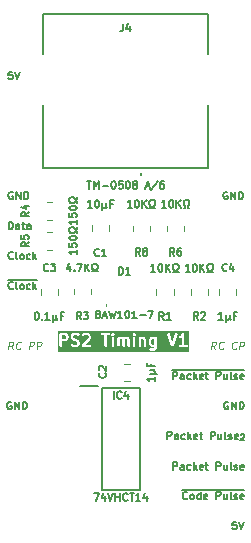
<source format=gto>
%TF.GenerationSoftware,KiCad,Pcbnew,9.0.7-9.0.7~ubuntu24.04.1*%
%TF.CreationDate,2026-01-20T19:29:09+02:00*%
%TF.ProjectId,PS2 Timing,50533220-5469-46d6-996e-672e6b696361,V1*%
%TF.SameCoordinates,Original*%
%TF.FileFunction,Legend,Top*%
%TF.FilePolarity,Positive*%
%FSLAX46Y46*%
G04 Gerber Fmt 4.6, Leading zero omitted, Abs format (unit mm)*
G04 Created by KiCad (PCBNEW 9.0.7-9.0.7~ubuntu24.04.1) date 2026-01-20 19:29:09*
%MOMM*%
%LPD*%
G01*
G04 APERTURE LIST*
%ADD10C,0.150000*%
%ADD11C,0.200000*%
%ADD12C,0.100000*%
%ADD13C,0.120000*%
G04 APERTURE END LIST*
D10*
X15434018Y-33356763D02*
X15434018Y-32721763D01*
X15434018Y-32721763D02*
X15675923Y-32721763D01*
X15675923Y-32721763D02*
X15736399Y-32752001D01*
X15736399Y-32752001D02*
X15766637Y-32782239D01*
X15766637Y-32782239D02*
X15796875Y-32842715D01*
X15796875Y-32842715D02*
X15796875Y-32933429D01*
X15796875Y-32933429D02*
X15766637Y-32993905D01*
X15766637Y-32993905D02*
X15736399Y-33024144D01*
X15736399Y-33024144D02*
X15675923Y-33054382D01*
X15675923Y-33054382D02*
X15434018Y-33054382D01*
X16341161Y-33356763D02*
X16341161Y-33024144D01*
X16341161Y-33024144D02*
X16310923Y-32963667D01*
X16310923Y-32963667D02*
X16250447Y-32933429D01*
X16250447Y-32933429D02*
X16129494Y-32933429D01*
X16129494Y-32933429D02*
X16069018Y-32963667D01*
X16341161Y-33326525D02*
X16280685Y-33356763D01*
X16280685Y-33356763D02*
X16129494Y-33356763D01*
X16129494Y-33356763D02*
X16069018Y-33326525D01*
X16069018Y-33326525D02*
X16038780Y-33266048D01*
X16038780Y-33266048D02*
X16038780Y-33205572D01*
X16038780Y-33205572D02*
X16069018Y-33145096D01*
X16069018Y-33145096D02*
X16129494Y-33114858D01*
X16129494Y-33114858D02*
X16280685Y-33114858D01*
X16280685Y-33114858D02*
X16341161Y-33084620D01*
X16915685Y-33326525D02*
X16855209Y-33356763D01*
X16855209Y-33356763D02*
X16734256Y-33356763D01*
X16734256Y-33356763D02*
X16673780Y-33326525D01*
X16673780Y-33326525D02*
X16643542Y-33296286D01*
X16643542Y-33296286D02*
X16613304Y-33235810D01*
X16613304Y-33235810D02*
X16613304Y-33054382D01*
X16613304Y-33054382D02*
X16643542Y-32993905D01*
X16643542Y-32993905D02*
X16673780Y-32963667D01*
X16673780Y-32963667D02*
X16734256Y-32933429D01*
X16734256Y-32933429D02*
X16855209Y-32933429D01*
X16855209Y-32933429D02*
X16915685Y-32963667D01*
X17187828Y-33356763D02*
X17187828Y-32721763D01*
X17248304Y-33114858D02*
X17429733Y-33356763D01*
X17429733Y-32933429D02*
X17187828Y-33175334D01*
X17943781Y-33326525D02*
X17883305Y-33356763D01*
X17883305Y-33356763D02*
X17762352Y-33356763D01*
X17762352Y-33356763D02*
X17701876Y-33326525D01*
X17701876Y-33326525D02*
X17671638Y-33266048D01*
X17671638Y-33266048D02*
X17671638Y-33024144D01*
X17671638Y-33024144D02*
X17701876Y-32963667D01*
X17701876Y-32963667D02*
X17762352Y-32933429D01*
X17762352Y-32933429D02*
X17883305Y-32933429D01*
X17883305Y-32933429D02*
X17943781Y-32963667D01*
X17943781Y-32963667D02*
X17974019Y-33024144D01*
X17974019Y-33024144D02*
X17974019Y-33084620D01*
X17974019Y-33084620D02*
X17671638Y-33145096D01*
X18155448Y-32933429D02*
X18397352Y-32933429D01*
X18246162Y-32721763D02*
X18246162Y-33266048D01*
X18246162Y-33266048D02*
X18276400Y-33326525D01*
X18276400Y-33326525D02*
X18336876Y-33356763D01*
X18336876Y-33356763D02*
X18397352Y-33356763D01*
X19092829Y-33356763D02*
X19092829Y-32721763D01*
X19092829Y-32721763D02*
X19334734Y-32721763D01*
X19334734Y-32721763D02*
X19395210Y-32752001D01*
X19395210Y-32752001D02*
X19425448Y-32782239D01*
X19425448Y-32782239D02*
X19455686Y-32842715D01*
X19455686Y-32842715D02*
X19455686Y-32933429D01*
X19455686Y-32933429D02*
X19425448Y-32993905D01*
X19425448Y-32993905D02*
X19395210Y-33024144D01*
X19395210Y-33024144D02*
X19334734Y-33054382D01*
X19334734Y-33054382D02*
X19092829Y-33054382D01*
X19999972Y-32933429D02*
X19999972Y-33356763D01*
X19727829Y-32933429D02*
X19727829Y-33266048D01*
X19727829Y-33266048D02*
X19758067Y-33326525D01*
X19758067Y-33326525D02*
X19818543Y-33356763D01*
X19818543Y-33356763D02*
X19909258Y-33356763D01*
X19909258Y-33356763D02*
X19969734Y-33326525D01*
X19969734Y-33326525D02*
X19999972Y-33296286D01*
X20393067Y-33356763D02*
X20332591Y-33326525D01*
X20332591Y-33326525D02*
X20302353Y-33266048D01*
X20302353Y-33266048D02*
X20302353Y-32721763D01*
X20604734Y-33326525D02*
X20665210Y-33356763D01*
X20665210Y-33356763D02*
X20786162Y-33356763D01*
X20786162Y-33356763D02*
X20846639Y-33326525D01*
X20846639Y-33326525D02*
X20876877Y-33266048D01*
X20876877Y-33266048D02*
X20876877Y-33235810D01*
X20876877Y-33235810D02*
X20846639Y-33175334D01*
X20846639Y-33175334D02*
X20786162Y-33145096D01*
X20786162Y-33145096D02*
X20695448Y-33145096D01*
X20695448Y-33145096D02*
X20634972Y-33114858D01*
X20634972Y-33114858D02*
X20604734Y-33054382D01*
X20604734Y-33054382D02*
X20604734Y-33024144D01*
X20604734Y-33024144D02*
X20634972Y-32963667D01*
X20634972Y-32963667D02*
X20695448Y-32933429D01*
X20695448Y-32933429D02*
X20786162Y-32933429D01*
X20786162Y-32933429D02*
X20846639Y-32963667D01*
X21390925Y-33326525D02*
X21330449Y-33356763D01*
X21330449Y-33356763D02*
X21209496Y-33356763D01*
X21209496Y-33356763D02*
X21149020Y-33326525D01*
X21149020Y-33326525D02*
X21118782Y-33266048D01*
X21118782Y-33266048D02*
X21118782Y-33024144D01*
X21118782Y-33024144D02*
X21149020Y-32963667D01*
X21149020Y-32963667D02*
X21209496Y-32933429D01*
X21209496Y-32933429D02*
X21330449Y-32933429D01*
X21330449Y-32933429D02*
X21390925Y-32963667D01*
X21390925Y-32963667D02*
X21421163Y-33024144D01*
X21421163Y-33024144D02*
X21421163Y-33084620D01*
X21421163Y-33084620D02*
X21118782Y-33145096D01*
X16643542Y-35785486D02*
X16613304Y-35815725D01*
X16613304Y-35815725D02*
X16522590Y-35845963D01*
X16522590Y-35845963D02*
X16462114Y-35845963D01*
X16462114Y-35845963D02*
X16371399Y-35815725D01*
X16371399Y-35815725D02*
X16310923Y-35755248D01*
X16310923Y-35755248D02*
X16280685Y-35694772D01*
X16280685Y-35694772D02*
X16250447Y-35573820D01*
X16250447Y-35573820D02*
X16250447Y-35483105D01*
X16250447Y-35483105D02*
X16280685Y-35362153D01*
X16280685Y-35362153D02*
X16310923Y-35301677D01*
X16310923Y-35301677D02*
X16371399Y-35241201D01*
X16371399Y-35241201D02*
X16462114Y-35210963D01*
X16462114Y-35210963D02*
X16522590Y-35210963D01*
X16522590Y-35210963D02*
X16613304Y-35241201D01*
X16613304Y-35241201D02*
X16643542Y-35271439D01*
X17006399Y-35845963D02*
X16945923Y-35815725D01*
X16945923Y-35815725D02*
X16915685Y-35785486D01*
X16915685Y-35785486D02*
X16885447Y-35725010D01*
X16885447Y-35725010D02*
X16885447Y-35543582D01*
X16885447Y-35543582D02*
X16915685Y-35483105D01*
X16915685Y-35483105D02*
X16945923Y-35452867D01*
X16945923Y-35452867D02*
X17006399Y-35422629D01*
X17006399Y-35422629D02*
X17097114Y-35422629D01*
X17097114Y-35422629D02*
X17157590Y-35452867D01*
X17157590Y-35452867D02*
X17187828Y-35483105D01*
X17187828Y-35483105D02*
X17218066Y-35543582D01*
X17218066Y-35543582D02*
X17218066Y-35725010D01*
X17218066Y-35725010D02*
X17187828Y-35785486D01*
X17187828Y-35785486D02*
X17157590Y-35815725D01*
X17157590Y-35815725D02*
X17097114Y-35845963D01*
X17097114Y-35845963D02*
X17006399Y-35845963D01*
X17762352Y-35845963D02*
X17762352Y-35210963D01*
X17762352Y-35815725D02*
X17701876Y-35845963D01*
X17701876Y-35845963D02*
X17580923Y-35845963D01*
X17580923Y-35845963D02*
X17520447Y-35815725D01*
X17520447Y-35815725D02*
X17490209Y-35785486D01*
X17490209Y-35785486D02*
X17459971Y-35725010D01*
X17459971Y-35725010D02*
X17459971Y-35543582D01*
X17459971Y-35543582D02*
X17490209Y-35483105D01*
X17490209Y-35483105D02*
X17520447Y-35452867D01*
X17520447Y-35452867D02*
X17580923Y-35422629D01*
X17580923Y-35422629D02*
X17701876Y-35422629D01*
X17701876Y-35422629D02*
X17762352Y-35452867D01*
X18306638Y-35815725D02*
X18246162Y-35845963D01*
X18246162Y-35845963D02*
X18125209Y-35845963D01*
X18125209Y-35845963D02*
X18064733Y-35815725D01*
X18064733Y-35815725D02*
X18034495Y-35755248D01*
X18034495Y-35755248D02*
X18034495Y-35513344D01*
X18034495Y-35513344D02*
X18064733Y-35452867D01*
X18064733Y-35452867D02*
X18125209Y-35422629D01*
X18125209Y-35422629D02*
X18246162Y-35422629D01*
X18246162Y-35422629D02*
X18306638Y-35452867D01*
X18306638Y-35452867D02*
X18336876Y-35513344D01*
X18336876Y-35513344D02*
X18336876Y-35573820D01*
X18336876Y-35573820D02*
X18034495Y-35634296D01*
X19092829Y-35845963D02*
X19092829Y-35210963D01*
X19092829Y-35210963D02*
X19334734Y-35210963D01*
X19334734Y-35210963D02*
X19395210Y-35241201D01*
X19395210Y-35241201D02*
X19425448Y-35271439D01*
X19425448Y-35271439D02*
X19455686Y-35331915D01*
X19455686Y-35331915D02*
X19455686Y-35422629D01*
X19455686Y-35422629D02*
X19425448Y-35483105D01*
X19425448Y-35483105D02*
X19395210Y-35513344D01*
X19395210Y-35513344D02*
X19334734Y-35543582D01*
X19334734Y-35543582D02*
X19092829Y-35543582D01*
X19999972Y-35422629D02*
X19999972Y-35845963D01*
X19727829Y-35422629D02*
X19727829Y-35755248D01*
X19727829Y-35755248D02*
X19758067Y-35815725D01*
X19758067Y-35815725D02*
X19818543Y-35845963D01*
X19818543Y-35845963D02*
X19909258Y-35845963D01*
X19909258Y-35845963D02*
X19969734Y-35815725D01*
X19969734Y-35815725D02*
X19999972Y-35785486D01*
X20393067Y-35845963D02*
X20332591Y-35815725D01*
X20332591Y-35815725D02*
X20302353Y-35755248D01*
X20302353Y-35755248D02*
X20302353Y-35210963D01*
X20604734Y-35815725D02*
X20665210Y-35845963D01*
X20665210Y-35845963D02*
X20786162Y-35845963D01*
X20786162Y-35845963D02*
X20846639Y-35815725D01*
X20846639Y-35815725D02*
X20876877Y-35755248D01*
X20876877Y-35755248D02*
X20876877Y-35725010D01*
X20876877Y-35725010D02*
X20846639Y-35664534D01*
X20846639Y-35664534D02*
X20786162Y-35634296D01*
X20786162Y-35634296D02*
X20695448Y-35634296D01*
X20695448Y-35634296D02*
X20634972Y-35604058D01*
X20634972Y-35604058D02*
X20604734Y-35543582D01*
X20604734Y-35543582D02*
X20604734Y-35513344D01*
X20604734Y-35513344D02*
X20634972Y-35452867D01*
X20634972Y-35452867D02*
X20695448Y-35422629D01*
X20695448Y-35422629D02*
X20786162Y-35422629D01*
X20786162Y-35422629D02*
X20846639Y-35452867D01*
X21390925Y-35815725D02*
X21330449Y-35845963D01*
X21330449Y-35845963D02*
X21209496Y-35845963D01*
X21209496Y-35845963D02*
X21149020Y-35815725D01*
X21149020Y-35815725D02*
X21118782Y-35755248D01*
X21118782Y-35755248D02*
X21118782Y-35513344D01*
X21118782Y-35513344D02*
X21149020Y-35452867D01*
X21149020Y-35452867D02*
X21209496Y-35422629D01*
X21209496Y-35422629D02*
X21330449Y-35422629D01*
X21330449Y-35422629D02*
X21390925Y-35452867D01*
X21390925Y-35452867D02*
X21421163Y-35513344D01*
X21421163Y-35513344D02*
X21421163Y-35573820D01*
X21421163Y-35573820D02*
X21118782Y-35634296D01*
X16192995Y-35034675D02*
X21478616Y-35034675D01*
X20090687Y-27621201D02*
X20030211Y-27590963D01*
X20030211Y-27590963D02*
X19939497Y-27590963D01*
X19939497Y-27590963D02*
X19848782Y-27621201D01*
X19848782Y-27621201D02*
X19788306Y-27681677D01*
X19788306Y-27681677D02*
X19758068Y-27742153D01*
X19758068Y-27742153D02*
X19727830Y-27863105D01*
X19727830Y-27863105D02*
X19727830Y-27953820D01*
X19727830Y-27953820D02*
X19758068Y-28074772D01*
X19758068Y-28074772D02*
X19788306Y-28135248D01*
X19788306Y-28135248D02*
X19848782Y-28195725D01*
X19848782Y-28195725D02*
X19939497Y-28225963D01*
X19939497Y-28225963D02*
X19999973Y-28225963D01*
X19999973Y-28225963D02*
X20090687Y-28195725D01*
X20090687Y-28195725D02*
X20120925Y-28165486D01*
X20120925Y-28165486D02*
X20120925Y-27953820D01*
X20120925Y-27953820D02*
X19999973Y-27953820D01*
X20393068Y-28225963D02*
X20393068Y-27590963D01*
X20393068Y-27590963D02*
X20755925Y-28225963D01*
X20755925Y-28225963D02*
X20755925Y-27590963D01*
X21058306Y-28225963D02*
X21058306Y-27590963D01*
X21058306Y-27590963D02*
X21209496Y-27590963D01*
X21209496Y-27590963D02*
X21300211Y-27621201D01*
X21300211Y-27621201D02*
X21360687Y-27681677D01*
X21360687Y-27681677D02*
X21390925Y-27742153D01*
X21390925Y-27742153D02*
X21421163Y-27863105D01*
X21421163Y-27863105D02*
X21421163Y-27953820D01*
X21421163Y-27953820D02*
X21390925Y-28074772D01*
X21390925Y-28074772D02*
X21360687Y-28135248D01*
X21360687Y-28135248D02*
X21300211Y-28195725D01*
X21300211Y-28195725D02*
X21209496Y-28225963D01*
X21209496Y-28225963D02*
X21058306Y-28225963D01*
X14950208Y-30765963D02*
X14950208Y-30130963D01*
X14950208Y-30130963D02*
X15192113Y-30130963D01*
X15192113Y-30130963D02*
X15252589Y-30161201D01*
X15252589Y-30161201D02*
X15282827Y-30191439D01*
X15282827Y-30191439D02*
X15313065Y-30251915D01*
X15313065Y-30251915D02*
X15313065Y-30342629D01*
X15313065Y-30342629D02*
X15282827Y-30403105D01*
X15282827Y-30403105D02*
X15252589Y-30433344D01*
X15252589Y-30433344D02*
X15192113Y-30463582D01*
X15192113Y-30463582D02*
X14950208Y-30463582D01*
X15857351Y-30765963D02*
X15857351Y-30433344D01*
X15857351Y-30433344D02*
X15827113Y-30372867D01*
X15827113Y-30372867D02*
X15766637Y-30342629D01*
X15766637Y-30342629D02*
X15645684Y-30342629D01*
X15645684Y-30342629D02*
X15585208Y-30372867D01*
X15857351Y-30735725D02*
X15796875Y-30765963D01*
X15796875Y-30765963D02*
X15645684Y-30765963D01*
X15645684Y-30765963D02*
X15585208Y-30735725D01*
X15585208Y-30735725D02*
X15554970Y-30675248D01*
X15554970Y-30675248D02*
X15554970Y-30614772D01*
X15554970Y-30614772D02*
X15585208Y-30554296D01*
X15585208Y-30554296D02*
X15645684Y-30524058D01*
X15645684Y-30524058D02*
X15796875Y-30524058D01*
X15796875Y-30524058D02*
X15857351Y-30493820D01*
X16431875Y-30735725D02*
X16371399Y-30765963D01*
X16371399Y-30765963D02*
X16250446Y-30765963D01*
X16250446Y-30765963D02*
X16189970Y-30735725D01*
X16189970Y-30735725D02*
X16159732Y-30705486D01*
X16159732Y-30705486D02*
X16129494Y-30645010D01*
X16129494Y-30645010D02*
X16129494Y-30463582D01*
X16129494Y-30463582D02*
X16159732Y-30403105D01*
X16159732Y-30403105D02*
X16189970Y-30372867D01*
X16189970Y-30372867D02*
X16250446Y-30342629D01*
X16250446Y-30342629D02*
X16371399Y-30342629D01*
X16371399Y-30342629D02*
X16431875Y-30372867D01*
X16704018Y-30765963D02*
X16704018Y-30130963D01*
X16764494Y-30524058D02*
X16945923Y-30765963D01*
X16945923Y-30342629D02*
X16704018Y-30584534D01*
X17459971Y-30735725D02*
X17399495Y-30765963D01*
X17399495Y-30765963D02*
X17278542Y-30765963D01*
X17278542Y-30765963D02*
X17218066Y-30735725D01*
X17218066Y-30735725D02*
X17187828Y-30675248D01*
X17187828Y-30675248D02*
X17187828Y-30433344D01*
X17187828Y-30433344D02*
X17218066Y-30372867D01*
X17218066Y-30372867D02*
X17278542Y-30342629D01*
X17278542Y-30342629D02*
X17399495Y-30342629D01*
X17399495Y-30342629D02*
X17459971Y-30372867D01*
X17459971Y-30372867D02*
X17490209Y-30433344D01*
X17490209Y-30433344D02*
X17490209Y-30493820D01*
X17490209Y-30493820D02*
X17187828Y-30554296D01*
X17671638Y-30342629D02*
X17913542Y-30342629D01*
X17762352Y-30130963D02*
X17762352Y-30675248D01*
X17762352Y-30675248D02*
X17792590Y-30735725D01*
X17792590Y-30735725D02*
X17853066Y-30765963D01*
X17853066Y-30765963D02*
X17913542Y-30765963D01*
X18609019Y-30765963D02*
X18609019Y-30130963D01*
X18609019Y-30130963D02*
X18850924Y-30130963D01*
X18850924Y-30130963D02*
X18911400Y-30161201D01*
X18911400Y-30161201D02*
X18941638Y-30191439D01*
X18941638Y-30191439D02*
X18971876Y-30251915D01*
X18971876Y-30251915D02*
X18971876Y-30342629D01*
X18971876Y-30342629D02*
X18941638Y-30403105D01*
X18941638Y-30403105D02*
X18911400Y-30433344D01*
X18911400Y-30433344D02*
X18850924Y-30463582D01*
X18850924Y-30463582D02*
X18609019Y-30463582D01*
X19516162Y-30342629D02*
X19516162Y-30765963D01*
X19244019Y-30342629D02*
X19244019Y-30675248D01*
X19244019Y-30675248D02*
X19274257Y-30735725D01*
X19274257Y-30735725D02*
X19334733Y-30765963D01*
X19334733Y-30765963D02*
X19425448Y-30765963D01*
X19425448Y-30765963D02*
X19485924Y-30735725D01*
X19485924Y-30735725D02*
X19516162Y-30705486D01*
X19909257Y-30765963D02*
X19848781Y-30735725D01*
X19848781Y-30735725D02*
X19818543Y-30675248D01*
X19818543Y-30675248D02*
X19818543Y-30130963D01*
X20120924Y-30735725D02*
X20181400Y-30765963D01*
X20181400Y-30765963D02*
X20302352Y-30765963D01*
X20302352Y-30765963D02*
X20362829Y-30735725D01*
X20362829Y-30735725D02*
X20393067Y-30675248D01*
X20393067Y-30675248D02*
X20393067Y-30645010D01*
X20393067Y-30645010D02*
X20362829Y-30584534D01*
X20362829Y-30584534D02*
X20302352Y-30554296D01*
X20302352Y-30554296D02*
X20211638Y-30554296D01*
X20211638Y-30554296D02*
X20151162Y-30524058D01*
X20151162Y-30524058D02*
X20120924Y-30463582D01*
X20120924Y-30463582D02*
X20120924Y-30433344D01*
X20120924Y-30433344D02*
X20151162Y-30372867D01*
X20151162Y-30372867D02*
X20211638Y-30342629D01*
X20211638Y-30342629D02*
X20302352Y-30342629D01*
X20302352Y-30342629D02*
X20362829Y-30372867D01*
X20907115Y-30735725D02*
X20846639Y-30765963D01*
X20846639Y-30765963D02*
X20725686Y-30765963D01*
X20725686Y-30765963D02*
X20665210Y-30735725D01*
X20665210Y-30735725D02*
X20634972Y-30675248D01*
X20634972Y-30675248D02*
X20634972Y-30433344D01*
X20634972Y-30433344D02*
X20665210Y-30372867D01*
X20665210Y-30372867D02*
X20725686Y-30342629D01*
X20725686Y-30342629D02*
X20846639Y-30342629D01*
X20846639Y-30342629D02*
X20907115Y-30372867D01*
X20907115Y-30372867D02*
X20937353Y-30433344D01*
X20937353Y-30433344D02*
X20937353Y-30493820D01*
X20937353Y-30493820D02*
X20634972Y-30554296D01*
X21155067Y-30376496D02*
X21179258Y-30352305D01*
X21179258Y-30352305D02*
X21227639Y-30328115D01*
X21227639Y-30328115D02*
X21348591Y-30328115D01*
X21348591Y-30328115D02*
X21396972Y-30352305D01*
X21396972Y-30352305D02*
X21421163Y-30376496D01*
X21421163Y-30376496D02*
X21445353Y-30424877D01*
X21445353Y-30424877D02*
X21445353Y-30473258D01*
X21445353Y-30473258D02*
X21421163Y-30545829D01*
X21421163Y-30545829D02*
X21130877Y-30836115D01*
X21130877Y-30836115D02*
X21445353Y-30836115D01*
X1519874Y-12985963D02*
X1519874Y-12350963D01*
X1519874Y-12350963D02*
X1671064Y-12350963D01*
X1671064Y-12350963D02*
X1761779Y-12381201D01*
X1761779Y-12381201D02*
X1822255Y-12441677D01*
X1822255Y-12441677D02*
X1852493Y-12502153D01*
X1852493Y-12502153D02*
X1882731Y-12623105D01*
X1882731Y-12623105D02*
X1882731Y-12713820D01*
X1882731Y-12713820D02*
X1852493Y-12834772D01*
X1852493Y-12834772D02*
X1822255Y-12895248D01*
X1822255Y-12895248D02*
X1761779Y-12955725D01*
X1761779Y-12955725D02*
X1671064Y-12985963D01*
X1671064Y-12985963D02*
X1519874Y-12985963D01*
X2427017Y-12985963D02*
X2427017Y-12653344D01*
X2427017Y-12653344D02*
X2396779Y-12592867D01*
X2396779Y-12592867D02*
X2336303Y-12562629D01*
X2336303Y-12562629D02*
X2215350Y-12562629D01*
X2215350Y-12562629D02*
X2154874Y-12592867D01*
X2427017Y-12955725D02*
X2366541Y-12985963D01*
X2366541Y-12985963D02*
X2215350Y-12985963D01*
X2215350Y-12985963D02*
X2154874Y-12955725D01*
X2154874Y-12955725D02*
X2124636Y-12895248D01*
X2124636Y-12895248D02*
X2124636Y-12834772D01*
X2124636Y-12834772D02*
X2154874Y-12774296D01*
X2154874Y-12774296D02*
X2215350Y-12744058D01*
X2215350Y-12744058D02*
X2366541Y-12744058D01*
X2366541Y-12744058D02*
X2427017Y-12713820D01*
X2638684Y-12562629D02*
X2880588Y-12562629D01*
X2729398Y-12350963D02*
X2729398Y-12895248D01*
X2729398Y-12895248D02*
X2759636Y-12955725D01*
X2759636Y-12955725D02*
X2820112Y-12985963D01*
X2820112Y-12985963D02*
X2880588Y-12985963D01*
X3364398Y-12985963D02*
X3364398Y-12653344D01*
X3364398Y-12653344D02*
X3334160Y-12592867D01*
X3334160Y-12592867D02*
X3273684Y-12562629D01*
X3273684Y-12562629D02*
X3152731Y-12562629D01*
X3152731Y-12562629D02*
X3092255Y-12592867D01*
X3364398Y-12955725D02*
X3303922Y-12985963D01*
X3303922Y-12985963D02*
X3152731Y-12985963D01*
X3152731Y-12985963D02*
X3092255Y-12955725D01*
X3092255Y-12955725D02*
X3062017Y-12895248D01*
X3062017Y-12895248D02*
X3062017Y-12834772D01*
X3062017Y-12834772D02*
X3092255Y-12774296D01*
X3092255Y-12774296D02*
X3152731Y-12744058D01*
X3152731Y-12744058D02*
X3303922Y-12744058D01*
X3303922Y-12744058D02*
X3364398Y-12713820D01*
X20795839Y-37750963D02*
X20493458Y-37750963D01*
X20493458Y-37750963D02*
X20463220Y-38053344D01*
X20463220Y-38053344D02*
X20493458Y-38023105D01*
X20493458Y-38023105D02*
X20553934Y-37992867D01*
X20553934Y-37992867D02*
X20705125Y-37992867D01*
X20705125Y-37992867D02*
X20765601Y-38023105D01*
X20765601Y-38023105D02*
X20795839Y-38053344D01*
X20795839Y-38053344D02*
X20826077Y-38113820D01*
X20826077Y-38113820D02*
X20826077Y-38265010D01*
X20826077Y-38265010D02*
X20795839Y-38325486D01*
X20795839Y-38325486D02*
X20765601Y-38355725D01*
X20765601Y-38355725D02*
X20705125Y-38385963D01*
X20705125Y-38385963D02*
X20553934Y-38385963D01*
X20553934Y-38385963D02*
X20493458Y-38355725D01*
X20493458Y-38355725D02*
X20463220Y-38325486D01*
X21007506Y-37750963D02*
X21219172Y-38385963D01*
X21219172Y-38385963D02*
X21430839Y-37750963D01*
X15434018Y-25685963D02*
X15434018Y-25050963D01*
X15434018Y-25050963D02*
X15675923Y-25050963D01*
X15675923Y-25050963D02*
X15736399Y-25081201D01*
X15736399Y-25081201D02*
X15766637Y-25111439D01*
X15766637Y-25111439D02*
X15796875Y-25171915D01*
X15796875Y-25171915D02*
X15796875Y-25262629D01*
X15796875Y-25262629D02*
X15766637Y-25323105D01*
X15766637Y-25323105D02*
X15736399Y-25353344D01*
X15736399Y-25353344D02*
X15675923Y-25383582D01*
X15675923Y-25383582D02*
X15434018Y-25383582D01*
X16341161Y-25685963D02*
X16341161Y-25353344D01*
X16341161Y-25353344D02*
X16310923Y-25292867D01*
X16310923Y-25292867D02*
X16250447Y-25262629D01*
X16250447Y-25262629D02*
X16129494Y-25262629D01*
X16129494Y-25262629D02*
X16069018Y-25292867D01*
X16341161Y-25655725D02*
X16280685Y-25685963D01*
X16280685Y-25685963D02*
X16129494Y-25685963D01*
X16129494Y-25685963D02*
X16069018Y-25655725D01*
X16069018Y-25655725D02*
X16038780Y-25595248D01*
X16038780Y-25595248D02*
X16038780Y-25534772D01*
X16038780Y-25534772D02*
X16069018Y-25474296D01*
X16069018Y-25474296D02*
X16129494Y-25444058D01*
X16129494Y-25444058D02*
X16280685Y-25444058D01*
X16280685Y-25444058D02*
X16341161Y-25413820D01*
X16915685Y-25655725D02*
X16855209Y-25685963D01*
X16855209Y-25685963D02*
X16734256Y-25685963D01*
X16734256Y-25685963D02*
X16673780Y-25655725D01*
X16673780Y-25655725D02*
X16643542Y-25625486D01*
X16643542Y-25625486D02*
X16613304Y-25565010D01*
X16613304Y-25565010D02*
X16613304Y-25383582D01*
X16613304Y-25383582D02*
X16643542Y-25323105D01*
X16643542Y-25323105D02*
X16673780Y-25292867D01*
X16673780Y-25292867D02*
X16734256Y-25262629D01*
X16734256Y-25262629D02*
X16855209Y-25262629D01*
X16855209Y-25262629D02*
X16915685Y-25292867D01*
X17187828Y-25685963D02*
X17187828Y-25050963D01*
X17248304Y-25444058D02*
X17429733Y-25685963D01*
X17429733Y-25262629D02*
X17187828Y-25504534D01*
X17943781Y-25655725D02*
X17883305Y-25685963D01*
X17883305Y-25685963D02*
X17762352Y-25685963D01*
X17762352Y-25685963D02*
X17701876Y-25655725D01*
X17701876Y-25655725D02*
X17671638Y-25595248D01*
X17671638Y-25595248D02*
X17671638Y-25353344D01*
X17671638Y-25353344D02*
X17701876Y-25292867D01*
X17701876Y-25292867D02*
X17762352Y-25262629D01*
X17762352Y-25262629D02*
X17883305Y-25262629D01*
X17883305Y-25262629D02*
X17943781Y-25292867D01*
X17943781Y-25292867D02*
X17974019Y-25353344D01*
X17974019Y-25353344D02*
X17974019Y-25413820D01*
X17974019Y-25413820D02*
X17671638Y-25474296D01*
X18155448Y-25262629D02*
X18397352Y-25262629D01*
X18246162Y-25050963D02*
X18246162Y-25595248D01*
X18246162Y-25595248D02*
X18276400Y-25655725D01*
X18276400Y-25655725D02*
X18336876Y-25685963D01*
X18336876Y-25685963D02*
X18397352Y-25685963D01*
X19092829Y-25685963D02*
X19092829Y-25050963D01*
X19092829Y-25050963D02*
X19334734Y-25050963D01*
X19334734Y-25050963D02*
X19395210Y-25081201D01*
X19395210Y-25081201D02*
X19425448Y-25111439D01*
X19425448Y-25111439D02*
X19455686Y-25171915D01*
X19455686Y-25171915D02*
X19455686Y-25262629D01*
X19455686Y-25262629D02*
X19425448Y-25323105D01*
X19425448Y-25323105D02*
X19395210Y-25353344D01*
X19395210Y-25353344D02*
X19334734Y-25383582D01*
X19334734Y-25383582D02*
X19092829Y-25383582D01*
X19999972Y-25262629D02*
X19999972Y-25685963D01*
X19727829Y-25262629D02*
X19727829Y-25595248D01*
X19727829Y-25595248D02*
X19758067Y-25655725D01*
X19758067Y-25655725D02*
X19818543Y-25685963D01*
X19818543Y-25685963D02*
X19909258Y-25685963D01*
X19909258Y-25685963D02*
X19969734Y-25655725D01*
X19969734Y-25655725D02*
X19999972Y-25625486D01*
X20393067Y-25685963D02*
X20332591Y-25655725D01*
X20332591Y-25655725D02*
X20302353Y-25595248D01*
X20302353Y-25595248D02*
X20302353Y-25050963D01*
X20604734Y-25655725D02*
X20665210Y-25685963D01*
X20665210Y-25685963D02*
X20786162Y-25685963D01*
X20786162Y-25685963D02*
X20846639Y-25655725D01*
X20846639Y-25655725D02*
X20876877Y-25595248D01*
X20876877Y-25595248D02*
X20876877Y-25565010D01*
X20876877Y-25565010D02*
X20846639Y-25504534D01*
X20846639Y-25504534D02*
X20786162Y-25474296D01*
X20786162Y-25474296D02*
X20695448Y-25474296D01*
X20695448Y-25474296D02*
X20634972Y-25444058D01*
X20634972Y-25444058D02*
X20604734Y-25383582D01*
X20604734Y-25383582D02*
X20604734Y-25353344D01*
X20604734Y-25353344D02*
X20634972Y-25292867D01*
X20634972Y-25292867D02*
X20695448Y-25262629D01*
X20695448Y-25262629D02*
X20786162Y-25262629D01*
X20786162Y-25262629D02*
X20846639Y-25292867D01*
X21390925Y-25655725D02*
X21330449Y-25685963D01*
X21330449Y-25685963D02*
X21209496Y-25685963D01*
X21209496Y-25685963D02*
X21149020Y-25655725D01*
X21149020Y-25655725D02*
X21118782Y-25595248D01*
X21118782Y-25595248D02*
X21118782Y-25353344D01*
X21118782Y-25353344D02*
X21149020Y-25292867D01*
X21149020Y-25292867D02*
X21209496Y-25262629D01*
X21209496Y-25262629D02*
X21330449Y-25262629D01*
X21330449Y-25262629D02*
X21390925Y-25292867D01*
X21390925Y-25292867D02*
X21421163Y-25353344D01*
X21421163Y-25353344D02*
X21421163Y-25413820D01*
X21421163Y-25413820D02*
X21118782Y-25474296D01*
X15346328Y-24874675D02*
X21478616Y-24874675D01*
X1852493Y-9841201D02*
X1792017Y-9810963D01*
X1792017Y-9810963D02*
X1701303Y-9810963D01*
X1701303Y-9810963D02*
X1610588Y-9841201D01*
X1610588Y-9841201D02*
X1550112Y-9901677D01*
X1550112Y-9901677D02*
X1519874Y-9962153D01*
X1519874Y-9962153D02*
X1489636Y-10083105D01*
X1489636Y-10083105D02*
X1489636Y-10173820D01*
X1489636Y-10173820D02*
X1519874Y-10294772D01*
X1519874Y-10294772D02*
X1550112Y-10355248D01*
X1550112Y-10355248D02*
X1610588Y-10415725D01*
X1610588Y-10415725D02*
X1701303Y-10445963D01*
X1701303Y-10445963D02*
X1761779Y-10445963D01*
X1761779Y-10445963D02*
X1852493Y-10415725D01*
X1852493Y-10415725D02*
X1882731Y-10385486D01*
X1882731Y-10385486D02*
X1882731Y-10173820D01*
X1882731Y-10173820D02*
X1761779Y-10173820D01*
X2154874Y-10445963D02*
X2154874Y-9810963D01*
X2154874Y-9810963D02*
X2517731Y-10445963D01*
X2517731Y-10445963D02*
X2517731Y-9810963D01*
X2820112Y-10445963D02*
X2820112Y-9810963D01*
X2820112Y-9810963D02*
X2971302Y-9810963D01*
X2971302Y-9810963D02*
X3062017Y-9841201D01*
X3062017Y-9841201D02*
X3122493Y-9901677D01*
X3122493Y-9901677D02*
X3152731Y-9962153D01*
X3152731Y-9962153D02*
X3182969Y-10083105D01*
X3182969Y-10083105D02*
X3182969Y-10173820D01*
X3182969Y-10173820D02*
X3152731Y-10294772D01*
X3152731Y-10294772D02*
X3122493Y-10355248D01*
X3122493Y-10355248D02*
X3062017Y-10415725D01*
X3062017Y-10415725D02*
X2971302Y-10445963D01*
X2971302Y-10445963D02*
X2820112Y-10445963D01*
D11*
G36*
X13856494Y-22296974D02*
G01*
X13856494Y-22744796D01*
X13837649Y-22754219D01*
X13694387Y-22754219D01*
X13634777Y-22724414D01*
X13610110Y-22699746D01*
X13580304Y-22640134D01*
X13580304Y-22401635D01*
X13610109Y-22342025D01*
X13634777Y-22317356D01*
X13694387Y-22287552D01*
X13837649Y-22287552D01*
X13856494Y-22296974D01*
G37*
G36*
X6325830Y-21984024D02*
G01*
X6350499Y-22008692D01*
X6380304Y-22068302D01*
X6380304Y-22163945D01*
X6350499Y-22223554D01*
X6325830Y-22248222D01*
X6266221Y-22278028D01*
X6008876Y-22278028D01*
X6008876Y-21954219D01*
X6266221Y-21954219D01*
X6325830Y-21984024D01*
G37*
G36*
X16784732Y-23398663D02*
G01*
X5697765Y-23398663D01*
X5697765Y-21854219D01*
X5808876Y-21854219D01*
X5808876Y-22854219D01*
X5810797Y-22873728D01*
X5825729Y-22909776D01*
X5853319Y-22937366D01*
X5889367Y-22952298D01*
X5928385Y-22952298D01*
X5964433Y-22937366D01*
X5992023Y-22909776D01*
X6006955Y-22873728D01*
X6008876Y-22854219D01*
X6008876Y-22478028D01*
X6289828Y-22478028D01*
X6309337Y-22476107D01*
X6312657Y-22474731D01*
X6316241Y-22474477D01*
X6334549Y-22467471D01*
X6429787Y-22419852D01*
X6438183Y-22414566D01*
X6440623Y-22413556D01*
X6443369Y-22411302D01*
X6446377Y-22409409D01*
X6448106Y-22407414D01*
X6455777Y-22401120D01*
X6503395Y-22353501D01*
X6509687Y-22345834D01*
X6511685Y-22344102D01*
X6513578Y-22341093D01*
X6515832Y-22338348D01*
X6516842Y-22335907D01*
X6522128Y-22327511D01*
X6569747Y-22232274D01*
X6576753Y-22213965D01*
X6577007Y-22210381D01*
X6578383Y-22207061D01*
X6580304Y-22187552D01*
X6580304Y-22044695D01*
X6761257Y-22044695D01*
X6761257Y-22139933D01*
X6763178Y-22159442D01*
X6764553Y-22162762D01*
X6764808Y-22166346D01*
X6771814Y-22184654D01*
X6819433Y-22279892D01*
X6824718Y-22288288D01*
X6825729Y-22290728D01*
X6827982Y-22293474D01*
X6829876Y-22296482D01*
X6831870Y-22298211D01*
X6838165Y-22305882D01*
X6885784Y-22353500D01*
X6893450Y-22359792D01*
X6895183Y-22361790D01*
X6898191Y-22363683D01*
X6900937Y-22365937D01*
X6903377Y-22366947D01*
X6911774Y-22372233D01*
X7007011Y-22419852D01*
X7008439Y-22420398D01*
X7009019Y-22420828D01*
X7017195Y-22423749D01*
X7025320Y-22426858D01*
X7026040Y-22426909D01*
X7027479Y-22427423D01*
X7207304Y-22472379D01*
X7278211Y-22507833D01*
X7302880Y-22532501D01*
X7332685Y-22592111D01*
X7332685Y-22640135D01*
X7302880Y-22699743D01*
X7278211Y-22724413D01*
X7218602Y-22754219D01*
X7020340Y-22754219D01*
X6892880Y-22711732D01*
X6873764Y-22707385D01*
X6834844Y-22710151D01*
X6799945Y-22727601D01*
X6774380Y-22757077D01*
X6762042Y-22794093D01*
X6764808Y-22833013D01*
X6782258Y-22867912D01*
X6811734Y-22893477D01*
X6829634Y-22901468D01*
X6972491Y-22949087D01*
X6982163Y-22951286D01*
X6984605Y-22952298D01*
X6988142Y-22952646D01*
X6991606Y-22953434D01*
X6994240Y-22953246D01*
X7004114Y-22954219D01*
X7242209Y-22954219D01*
X7261718Y-22952298D01*
X7265038Y-22950922D01*
X7268622Y-22950668D01*
X7286930Y-22943662D01*
X7382168Y-22896043D01*
X7390563Y-22890758D01*
X7393005Y-22889747D01*
X7395752Y-22887491D01*
X7398758Y-22885600D01*
X7400488Y-22883605D01*
X7408158Y-22877310D01*
X7450757Y-22834710D01*
X7667940Y-22834710D01*
X7667940Y-22873728D01*
X7682872Y-22909776D01*
X7710462Y-22937366D01*
X7746510Y-22952298D01*
X7766019Y-22954219D01*
X8385066Y-22954219D01*
X8404575Y-22952298D01*
X8440623Y-22937366D01*
X8468213Y-22909776D01*
X8483145Y-22873728D01*
X8483145Y-22834710D01*
X8468213Y-22798662D01*
X8440623Y-22771072D01*
X8404575Y-22756140D01*
X8385066Y-22754219D01*
X8007441Y-22754219D01*
X8408158Y-22353501D01*
X8420594Y-22338347D01*
X8421968Y-22335028D01*
X8424324Y-22332313D01*
X8432315Y-22314413D01*
X8479934Y-22171556D01*
X8482133Y-22161883D01*
X8483145Y-22159442D01*
X8483493Y-22155904D01*
X8484281Y-22152441D01*
X8484093Y-22149806D01*
X8485066Y-22139933D01*
X8485066Y-22044695D01*
X8483145Y-22025186D01*
X8481769Y-22021865D01*
X8481515Y-22018282D01*
X8474509Y-21999973D01*
X8426890Y-21904736D01*
X8421604Y-21896339D01*
X8420594Y-21893899D01*
X8418340Y-21891153D01*
X8416447Y-21888145D01*
X8414449Y-21886412D01*
X8408157Y-21878746D01*
X8364122Y-21834710D01*
X9334607Y-21834710D01*
X9334607Y-21873728D01*
X9349539Y-21909776D01*
X9377129Y-21937366D01*
X9413177Y-21952298D01*
X9432686Y-21954219D01*
X9618400Y-21954219D01*
X9618400Y-22854219D01*
X9620321Y-22873728D01*
X9635253Y-22909776D01*
X9662843Y-22937366D01*
X9698891Y-22952298D01*
X9737909Y-22952298D01*
X9773957Y-22937366D01*
X9801547Y-22909776D01*
X9816479Y-22873728D01*
X9818400Y-22854219D01*
X9818400Y-22187552D01*
X10237448Y-22187552D01*
X10237448Y-22854219D01*
X10239369Y-22873728D01*
X10254301Y-22909776D01*
X10281891Y-22937366D01*
X10317939Y-22952298D01*
X10356957Y-22952298D01*
X10393005Y-22937366D01*
X10420595Y-22909776D01*
X10435527Y-22873728D01*
X10437448Y-22854219D01*
X10437448Y-22187552D01*
X10713638Y-22187552D01*
X10713638Y-22854219D01*
X10715559Y-22873728D01*
X10730491Y-22909776D01*
X10758081Y-22937366D01*
X10794129Y-22952298D01*
X10833147Y-22952298D01*
X10869195Y-22937366D01*
X10896785Y-22909776D01*
X10911717Y-22873728D01*
X10913638Y-22854219D01*
X10913638Y-22324211D01*
X10920492Y-22317356D01*
X10980102Y-22287552D01*
X11075745Y-22287552D01*
X11120054Y-22309707D01*
X11142209Y-22354016D01*
X11142209Y-22854219D01*
X11144130Y-22873728D01*
X11159062Y-22909776D01*
X11186652Y-22937366D01*
X11222700Y-22952298D01*
X11261718Y-22952298D01*
X11297766Y-22937366D01*
X11325356Y-22909776D01*
X11340288Y-22873728D01*
X11342209Y-22854219D01*
X11342209Y-22354016D01*
X11364364Y-22309706D01*
X11408673Y-22287552D01*
X11504316Y-22287552D01*
X11548626Y-22309706D01*
X11570781Y-22354016D01*
X11570781Y-22854219D01*
X11572702Y-22873728D01*
X11587634Y-22909776D01*
X11615224Y-22937366D01*
X11651272Y-22952298D01*
X11690290Y-22952298D01*
X11726338Y-22937366D01*
X11753928Y-22909776D01*
X11768860Y-22873728D01*
X11770781Y-22854219D01*
X11770781Y-22330409D01*
X11768860Y-22310900D01*
X11767484Y-22307579D01*
X11767230Y-22303996D01*
X11760224Y-22285687D01*
X11712605Y-22190450D01*
X11710781Y-22187552D01*
X12046971Y-22187552D01*
X12046971Y-22854219D01*
X12048892Y-22873728D01*
X12063824Y-22909776D01*
X12091414Y-22937366D01*
X12127462Y-22952298D01*
X12166480Y-22952298D01*
X12202528Y-22937366D01*
X12230118Y-22909776D01*
X12245050Y-22873728D01*
X12246971Y-22854219D01*
X12246971Y-22187552D01*
X12523161Y-22187552D01*
X12523161Y-22854219D01*
X12525082Y-22873728D01*
X12540014Y-22909776D01*
X12567604Y-22937366D01*
X12603652Y-22952298D01*
X12642670Y-22952298D01*
X12678718Y-22937366D01*
X12706308Y-22909776D01*
X12721240Y-22873728D01*
X12723161Y-22854219D01*
X12723161Y-22324211D01*
X12730015Y-22317356D01*
X12789625Y-22287552D01*
X12885268Y-22287552D01*
X12929577Y-22309707D01*
X12951732Y-22354016D01*
X12951732Y-22854219D01*
X12953653Y-22873728D01*
X12968585Y-22909776D01*
X12996175Y-22937366D01*
X13032223Y-22952298D01*
X13071241Y-22952298D01*
X13107289Y-22937366D01*
X13134879Y-22909776D01*
X13149811Y-22873728D01*
X13151732Y-22854219D01*
X13151732Y-22378028D01*
X13380304Y-22378028D01*
X13380304Y-22663742D01*
X13382225Y-22683251D01*
X13383600Y-22686571D01*
X13383855Y-22690155D01*
X13390861Y-22708463D01*
X13438480Y-22803701D01*
X13443763Y-22812093D01*
X13444775Y-22814537D01*
X13447031Y-22817286D01*
X13448923Y-22820291D01*
X13450917Y-22822020D01*
X13457212Y-22829690D01*
X13504830Y-22877310D01*
X13512498Y-22883603D01*
X13514230Y-22885600D01*
X13517238Y-22887493D01*
X13519984Y-22889747D01*
X13522424Y-22890757D01*
X13530821Y-22896043D01*
X13626058Y-22943662D01*
X13644367Y-22950668D01*
X13647950Y-22950922D01*
X13651271Y-22952298D01*
X13670780Y-22954219D01*
X13856494Y-22954219D01*
X13856494Y-22973469D01*
X13826689Y-23033078D01*
X13802020Y-23057746D01*
X13742411Y-23087552D01*
X13646768Y-23087552D01*
X13572644Y-23050490D01*
X13554336Y-23043484D01*
X13515416Y-23040718D01*
X13478400Y-23053057D01*
X13448923Y-23078621D01*
X13431474Y-23113520D01*
X13428708Y-23152440D01*
X13441047Y-23189456D01*
X13466611Y-23218933D01*
X13483202Y-23229376D01*
X13578439Y-23276995D01*
X13596748Y-23284001D01*
X13600331Y-23284255D01*
X13603652Y-23285631D01*
X13623161Y-23287552D01*
X13766018Y-23287552D01*
X13785527Y-23285631D01*
X13788847Y-23284255D01*
X13792431Y-23284001D01*
X13810739Y-23276995D01*
X13905977Y-23229376D01*
X13914373Y-23224090D01*
X13916813Y-23223080D01*
X13919559Y-23220826D01*
X13922567Y-23218933D01*
X13924296Y-23216938D01*
X13931967Y-23210644D01*
X13979585Y-23163025D01*
X13985877Y-23155358D01*
X13987875Y-23153626D01*
X13989768Y-23150617D01*
X13992022Y-23147872D01*
X13993032Y-23145431D01*
X13998318Y-23137035D01*
X14045937Y-23041798D01*
X14052943Y-23023489D01*
X14053197Y-23019905D01*
X14054573Y-23016585D01*
X14056494Y-22997076D01*
X14056494Y-22187552D01*
X14054573Y-22168043D01*
X14039641Y-22131995D01*
X14012051Y-22104405D01*
X13976003Y-22089473D01*
X13936985Y-22089473D01*
X13910580Y-22100410D01*
X13905977Y-22098109D01*
X13887669Y-22091103D01*
X13884085Y-22090848D01*
X13880765Y-22089473D01*
X13861256Y-22087552D01*
X13670780Y-22087552D01*
X13651271Y-22089473D01*
X13647950Y-22090848D01*
X13644367Y-22091103D01*
X13626058Y-22098109D01*
X13530821Y-22145728D01*
X13522424Y-22151013D01*
X13519984Y-22152024D01*
X13517238Y-22154277D01*
X13514230Y-22156171D01*
X13512497Y-22158168D01*
X13504831Y-22164461D01*
X13457212Y-22212079D01*
X13450917Y-22219749D01*
X13448923Y-22221479D01*
X13447029Y-22224486D01*
X13444776Y-22227233D01*
X13443765Y-22229672D01*
X13438480Y-22238069D01*
X13390861Y-22333307D01*
X13383855Y-22351615D01*
X13383600Y-22355198D01*
X13382225Y-22358519D01*
X13380304Y-22378028D01*
X13151732Y-22378028D01*
X13151732Y-22330409D01*
X13149811Y-22310900D01*
X13148435Y-22307579D01*
X13148181Y-22303996D01*
X13141175Y-22285687D01*
X13093556Y-22190450D01*
X13091501Y-22187186D01*
X13090989Y-22185648D01*
X13089327Y-22183732D01*
X13083113Y-22173859D01*
X13073637Y-22165641D01*
X13065424Y-22156171D01*
X13055552Y-22149957D01*
X13053636Y-22148295D01*
X13052097Y-22147781D01*
X13048834Y-22145728D01*
X12953596Y-22098109D01*
X12935288Y-22091103D01*
X12931704Y-22090848D01*
X12928384Y-22089473D01*
X12908875Y-22087552D01*
X12766018Y-22087552D01*
X12746509Y-22089473D01*
X12743188Y-22090848D01*
X12739605Y-22091103D01*
X12721296Y-22098109D01*
X12688713Y-22114400D01*
X12678718Y-22104405D01*
X12642670Y-22089473D01*
X12603652Y-22089473D01*
X12567604Y-22104405D01*
X12540014Y-22131995D01*
X12525082Y-22168043D01*
X12523161Y-22187552D01*
X12246971Y-22187552D01*
X12245050Y-22168043D01*
X12230118Y-22131995D01*
X12202528Y-22104405D01*
X12166480Y-22089473D01*
X12127462Y-22089473D01*
X12091414Y-22104405D01*
X12063824Y-22131995D01*
X12048892Y-22168043D01*
X12046971Y-22187552D01*
X11710781Y-22187552D01*
X11710551Y-22187187D01*
X11710038Y-22185647D01*
X11708374Y-22183729D01*
X11702162Y-22173859D01*
X11692687Y-22165642D01*
X11684473Y-22156171D01*
X11674601Y-22149957D01*
X11672685Y-22148295D01*
X11671146Y-22147781D01*
X11667883Y-22145728D01*
X11572644Y-22098109D01*
X11554335Y-22091103D01*
X11550752Y-22090848D01*
X11547432Y-22089473D01*
X11527923Y-22087552D01*
X11385066Y-22087552D01*
X11365557Y-22089473D01*
X11362236Y-22090848D01*
X11358653Y-22091103D01*
X11340344Y-22098109D01*
X11245107Y-22145728D01*
X11242208Y-22147552D01*
X11239311Y-22145728D01*
X11144073Y-22098109D01*
X11125765Y-22091103D01*
X11122181Y-22090848D01*
X11118861Y-22089473D01*
X11099352Y-22087552D01*
X10956495Y-22087552D01*
X10936986Y-22089473D01*
X10933665Y-22090848D01*
X10930082Y-22091103D01*
X10911773Y-22098109D01*
X10879190Y-22114400D01*
X10869195Y-22104405D01*
X10833147Y-22089473D01*
X10794129Y-22089473D01*
X10758081Y-22104405D01*
X10730491Y-22131995D01*
X10715559Y-22168043D01*
X10713638Y-22187552D01*
X10437448Y-22187552D01*
X10435527Y-22168043D01*
X10420595Y-22131995D01*
X10393005Y-22104405D01*
X10356957Y-22089473D01*
X10317939Y-22089473D01*
X10281891Y-22104405D01*
X10254301Y-22131995D01*
X10239369Y-22168043D01*
X10237448Y-22187552D01*
X9818400Y-22187552D01*
X9818400Y-21954219D01*
X10004114Y-21954219D01*
X10023623Y-21952298D01*
X10059671Y-21937366D01*
X10087261Y-21909776D01*
X10098630Y-21882329D01*
X10191750Y-21882329D01*
X10191750Y-21921347D01*
X10206682Y-21957395D01*
X10219118Y-21972549D01*
X10266737Y-22020167D01*
X10281890Y-22032604D01*
X10288740Y-22035441D01*
X10317939Y-22047536D01*
X10356957Y-22047536D01*
X10393005Y-22032604D01*
X10408159Y-22020168D01*
X10455777Y-21972549D01*
X10468214Y-21957396D01*
X10483145Y-21921347D01*
X10483145Y-21882329D01*
X12001273Y-21882329D01*
X12001273Y-21921347D01*
X12016205Y-21957395D01*
X12028641Y-21972549D01*
X12076260Y-22020167D01*
X12091413Y-22032604D01*
X12098263Y-22035441D01*
X12127462Y-22047536D01*
X12166480Y-22047536D01*
X12202528Y-22032604D01*
X12217682Y-22020168D01*
X12265300Y-21972549D01*
X12277737Y-21957396D01*
X12292668Y-21921347D01*
X12292668Y-21882329D01*
X12289808Y-21875425D01*
X12286205Y-21866726D01*
X14952518Y-21866726D01*
X14956865Y-21885842D01*
X15290198Y-22885841D01*
X15298189Y-22903742D01*
X15302872Y-22909141D01*
X15306067Y-22915531D01*
X15315538Y-22923746D01*
X15323754Y-22933218D01*
X15330142Y-22936412D01*
X15335543Y-22941096D01*
X15347444Y-22945063D01*
X15358653Y-22950667D01*
X15365777Y-22951173D01*
X15372559Y-22953434D01*
X15385068Y-22952544D01*
X15397573Y-22953434D01*
X15404351Y-22951174D01*
X15411479Y-22950668D01*
X15422695Y-22945059D01*
X15434589Y-22941095D01*
X15439986Y-22936414D01*
X15446378Y-22933218D01*
X15454596Y-22923742D01*
X15464065Y-22915530D01*
X15467258Y-22909143D01*
X15471943Y-22903742D01*
X15479934Y-22885842D01*
X15732739Y-22127426D01*
X15904899Y-22127426D01*
X15907665Y-22166346D01*
X15925114Y-22201245D01*
X15954591Y-22226809D01*
X15991607Y-22239148D01*
X16030527Y-22236382D01*
X16048835Y-22229376D01*
X16144073Y-22181757D01*
X16152469Y-22176471D01*
X16154909Y-22175461D01*
X16157655Y-22173207D01*
X16160663Y-22171314D01*
X16162392Y-22169319D01*
X16170063Y-22163025D01*
X16189828Y-22143260D01*
X16189828Y-22754219D01*
X16004114Y-22754219D01*
X15984605Y-22756140D01*
X15948557Y-22771072D01*
X15920967Y-22798662D01*
X15906035Y-22834710D01*
X15906035Y-22873728D01*
X15920967Y-22909776D01*
X15948557Y-22937366D01*
X15984605Y-22952298D01*
X16004114Y-22954219D01*
X16575542Y-22954219D01*
X16595051Y-22952298D01*
X16631099Y-22937366D01*
X16658689Y-22909776D01*
X16673621Y-22873728D01*
X16673621Y-22834710D01*
X16658689Y-22798662D01*
X16631099Y-22771072D01*
X16595051Y-22756140D01*
X16575542Y-22754219D01*
X16389828Y-22754219D01*
X16389828Y-21854219D01*
X16389821Y-21854148D01*
X16389828Y-21854114D01*
X16389807Y-21854012D01*
X16387907Y-21834710D01*
X16384117Y-21825561D01*
X16382176Y-21815854D01*
X16376724Y-21807713D01*
X16372975Y-21798662D01*
X16365975Y-21791662D01*
X16360465Y-21783434D01*
X16352310Y-21777997D01*
X16345385Y-21771072D01*
X16336241Y-21767284D01*
X16328000Y-21761790D01*
X16318386Y-21759888D01*
X16309337Y-21756140D01*
X16299436Y-21756140D01*
X16289724Y-21754219D01*
X16280119Y-21756140D01*
X16270319Y-21756140D01*
X16261170Y-21759929D01*
X16251463Y-21761871D01*
X16243322Y-21767322D01*
X16234271Y-21771072D01*
X16227271Y-21778071D01*
X16219043Y-21783582D01*
X16206754Y-21798588D01*
X16206681Y-21798662D01*
X16206667Y-21798694D01*
X16206623Y-21798749D01*
X16116879Y-21933365D01*
X16040115Y-22010128D01*
X15959393Y-22050490D01*
X15942802Y-22060933D01*
X15917238Y-22090410D01*
X15904899Y-22127426D01*
X15732739Y-22127426D01*
X15813267Y-21885842D01*
X15817614Y-21866727D01*
X15814848Y-21827807D01*
X15797398Y-21792908D01*
X15767922Y-21767343D01*
X15730906Y-21755004D01*
X15691986Y-21757771D01*
X15657087Y-21775220D01*
X15631522Y-21804696D01*
X15623531Y-21822597D01*
X15385066Y-22537991D01*
X15146601Y-21822596D01*
X15138610Y-21804696D01*
X15113045Y-21775220D01*
X15078146Y-21757770D01*
X15039226Y-21755004D01*
X15002210Y-21767342D01*
X14972734Y-21792907D01*
X14955284Y-21827806D01*
X14952518Y-21866726D01*
X12286205Y-21866726D01*
X12277737Y-21846280D01*
X12265300Y-21831127D01*
X12217682Y-21783508D01*
X12202528Y-21771072D01*
X12166480Y-21756140D01*
X12127462Y-21756140D01*
X12101971Y-21766698D01*
X12091413Y-21771072D01*
X12076260Y-21783509D01*
X12028641Y-21831127D01*
X12016206Y-21846280D01*
X12016205Y-21846281D01*
X12001273Y-21882329D01*
X10483145Y-21882329D01*
X10480285Y-21875425D01*
X10468214Y-21846280D01*
X10455777Y-21831127D01*
X10408159Y-21783508D01*
X10393005Y-21771072D01*
X10356957Y-21756140D01*
X10317939Y-21756140D01*
X10292448Y-21766698D01*
X10281890Y-21771072D01*
X10266737Y-21783509D01*
X10219118Y-21831127D01*
X10206683Y-21846280D01*
X10206682Y-21846281D01*
X10191750Y-21882329D01*
X10098630Y-21882329D01*
X10102193Y-21873728D01*
X10102193Y-21834710D01*
X10087261Y-21798662D01*
X10059671Y-21771072D01*
X10023623Y-21756140D01*
X10004114Y-21754219D01*
X9432686Y-21754219D01*
X9413177Y-21756140D01*
X9377129Y-21771072D01*
X9349539Y-21798662D01*
X9334607Y-21834710D01*
X8364122Y-21834710D01*
X8360539Y-21831127D01*
X8352868Y-21824832D01*
X8351139Y-21822838D01*
X8348131Y-21820944D01*
X8345385Y-21818691D01*
X8342945Y-21817680D01*
X8334549Y-21812395D01*
X8239311Y-21764776D01*
X8221003Y-21757770D01*
X8217419Y-21757515D01*
X8214099Y-21756140D01*
X8194590Y-21754219D01*
X7956495Y-21754219D01*
X7936986Y-21756140D01*
X7933665Y-21757515D01*
X7930082Y-21757770D01*
X7911773Y-21764776D01*
X7816536Y-21812395D01*
X7808139Y-21817680D01*
X7805699Y-21818691D01*
X7802953Y-21820944D01*
X7799945Y-21822838D01*
X7798212Y-21824835D01*
X7790546Y-21831128D01*
X7742927Y-21878746D01*
X7730491Y-21893900D01*
X7715559Y-21929948D01*
X7715559Y-21968966D01*
X7730491Y-22005014D01*
X7758081Y-22032604D01*
X7794129Y-22047536D01*
X7833147Y-22047536D01*
X7869195Y-22032604D01*
X7884349Y-22020168D01*
X7920492Y-21984023D01*
X7980102Y-21954219D01*
X8170983Y-21954219D01*
X8230592Y-21984024D01*
X8255261Y-22008692D01*
X8285066Y-22068302D01*
X8285066Y-22123706D01*
X8250044Y-22228770D01*
X7695308Y-22783508D01*
X7682872Y-22798662D01*
X7667940Y-22834710D01*
X7450757Y-22834710D01*
X7455777Y-22829690D01*
X7462069Y-22822023D01*
X7464066Y-22820292D01*
X7465959Y-22817284D01*
X7468214Y-22814537D01*
X7469225Y-22812095D01*
X7474509Y-22803701D01*
X7522128Y-22708464D01*
X7529134Y-22690155D01*
X7529388Y-22686571D01*
X7530764Y-22683251D01*
X7532685Y-22663742D01*
X7532685Y-22568504D01*
X7530764Y-22548995D01*
X7529388Y-22545674D01*
X7529134Y-22542091D01*
X7522128Y-22523782D01*
X7474509Y-22428545D01*
X7469223Y-22420148D01*
X7468213Y-22417708D01*
X7465959Y-22414962D01*
X7464066Y-22411954D01*
X7462068Y-22410221D01*
X7455776Y-22402555D01*
X7408158Y-22354936D01*
X7400487Y-22348641D01*
X7398758Y-22346647D01*
X7395750Y-22344753D01*
X7393004Y-22342500D01*
X7390564Y-22341489D01*
X7382168Y-22336204D01*
X7286930Y-22288585D01*
X7285503Y-22288039D01*
X7284923Y-22287609D01*
X7276746Y-22284687D01*
X7268622Y-22281579D01*
X7267899Y-22281527D01*
X7266462Y-22281014D01*
X7086637Y-22236057D01*
X7015730Y-22200604D01*
X6991062Y-22175935D01*
X6961257Y-22116325D01*
X6961257Y-22068302D01*
X6991062Y-22008692D01*
X7015730Y-21984023D01*
X7075340Y-21954219D01*
X7273601Y-21954219D01*
X7401062Y-21996706D01*
X7420177Y-22001053D01*
X7459097Y-21998287D01*
X7493996Y-21980837D01*
X7519561Y-21951361D01*
X7531900Y-21914345D01*
X7529133Y-21875425D01*
X7511684Y-21840526D01*
X7482208Y-21814961D01*
X7464307Y-21806970D01*
X7321451Y-21759351D01*
X7311779Y-21757151D01*
X7309337Y-21756140D01*
X7305798Y-21755791D01*
X7302335Y-21755004D01*
X7299701Y-21755191D01*
X7289828Y-21754219D01*
X7051733Y-21754219D01*
X7032224Y-21756140D01*
X7028903Y-21757515D01*
X7025320Y-21757770D01*
X7007011Y-21764776D01*
X6911774Y-21812395D01*
X6903377Y-21817680D01*
X6900937Y-21818691D01*
X6898191Y-21820944D01*
X6895183Y-21822838D01*
X6893450Y-21824835D01*
X6885784Y-21831128D01*
X6838165Y-21878746D01*
X6831870Y-21886416D01*
X6829876Y-21888146D01*
X6827982Y-21891153D01*
X6825729Y-21893900D01*
X6824718Y-21896339D01*
X6819433Y-21904736D01*
X6771814Y-21999974D01*
X6764808Y-22018282D01*
X6764553Y-22021865D01*
X6763178Y-22025186D01*
X6761257Y-22044695D01*
X6580304Y-22044695D01*
X6578383Y-22025186D01*
X6577007Y-22021865D01*
X6576753Y-22018282D01*
X6569747Y-21999973D01*
X6522128Y-21904736D01*
X6516842Y-21896339D01*
X6515832Y-21893899D01*
X6513578Y-21891153D01*
X6511685Y-21888145D01*
X6509687Y-21886412D01*
X6503395Y-21878746D01*
X6455777Y-21831127D01*
X6448106Y-21824832D01*
X6446377Y-21822838D01*
X6443369Y-21820944D01*
X6440623Y-21818691D01*
X6438183Y-21817680D01*
X6429787Y-21812395D01*
X6334549Y-21764776D01*
X6316241Y-21757770D01*
X6312657Y-21757515D01*
X6309337Y-21756140D01*
X6289828Y-21754219D01*
X5908876Y-21754219D01*
X5889367Y-21756140D01*
X5853319Y-21771072D01*
X5825729Y-21798662D01*
X5810797Y-21834710D01*
X5808876Y-21854219D01*
X5697765Y-21854219D01*
X5697765Y-21643108D01*
X16784732Y-21643108D01*
X16784732Y-23398663D01*
G37*
D10*
X1882731Y-18005486D02*
X1852493Y-18035725D01*
X1852493Y-18035725D02*
X1761779Y-18065963D01*
X1761779Y-18065963D02*
X1701303Y-18065963D01*
X1701303Y-18065963D02*
X1610588Y-18035725D01*
X1610588Y-18035725D02*
X1550112Y-17975248D01*
X1550112Y-17975248D02*
X1519874Y-17914772D01*
X1519874Y-17914772D02*
X1489636Y-17793820D01*
X1489636Y-17793820D02*
X1489636Y-17703105D01*
X1489636Y-17703105D02*
X1519874Y-17582153D01*
X1519874Y-17582153D02*
X1550112Y-17521677D01*
X1550112Y-17521677D02*
X1610588Y-17461201D01*
X1610588Y-17461201D02*
X1701303Y-17430963D01*
X1701303Y-17430963D02*
X1761779Y-17430963D01*
X1761779Y-17430963D02*
X1852493Y-17461201D01*
X1852493Y-17461201D02*
X1882731Y-17491439D01*
X2245588Y-18065963D02*
X2185112Y-18035725D01*
X2185112Y-18035725D02*
X2154874Y-17975248D01*
X2154874Y-17975248D02*
X2154874Y-17430963D01*
X2578207Y-18065963D02*
X2517731Y-18035725D01*
X2517731Y-18035725D02*
X2487493Y-18005486D01*
X2487493Y-18005486D02*
X2457255Y-17945010D01*
X2457255Y-17945010D02*
X2457255Y-17763582D01*
X2457255Y-17763582D02*
X2487493Y-17703105D01*
X2487493Y-17703105D02*
X2517731Y-17672867D01*
X2517731Y-17672867D02*
X2578207Y-17642629D01*
X2578207Y-17642629D02*
X2668922Y-17642629D01*
X2668922Y-17642629D02*
X2729398Y-17672867D01*
X2729398Y-17672867D02*
X2759636Y-17703105D01*
X2759636Y-17703105D02*
X2789874Y-17763582D01*
X2789874Y-17763582D02*
X2789874Y-17945010D01*
X2789874Y-17945010D02*
X2759636Y-18005486D01*
X2759636Y-18005486D02*
X2729398Y-18035725D01*
X2729398Y-18035725D02*
X2668922Y-18065963D01*
X2668922Y-18065963D02*
X2578207Y-18065963D01*
X3334160Y-18035725D02*
X3273684Y-18065963D01*
X3273684Y-18065963D02*
X3152731Y-18065963D01*
X3152731Y-18065963D02*
X3092255Y-18035725D01*
X3092255Y-18035725D02*
X3062017Y-18005486D01*
X3062017Y-18005486D02*
X3031779Y-17945010D01*
X3031779Y-17945010D02*
X3031779Y-17763582D01*
X3031779Y-17763582D02*
X3062017Y-17703105D01*
X3062017Y-17703105D02*
X3092255Y-17672867D01*
X3092255Y-17672867D02*
X3152731Y-17642629D01*
X3152731Y-17642629D02*
X3273684Y-17642629D01*
X3273684Y-17642629D02*
X3334160Y-17672867D01*
X3606303Y-18065963D02*
X3606303Y-17430963D01*
X3666779Y-17824058D02*
X3848208Y-18065963D01*
X3848208Y-17642629D02*
X3606303Y-17884534D01*
X1432184Y-17254675D02*
X3905661Y-17254675D01*
D12*
X19010668Y-23148563D02*
X18836799Y-22846182D01*
X18647811Y-23148563D02*
X18727186Y-22513563D01*
X18727186Y-22513563D02*
X18969091Y-22513563D01*
X18969091Y-22513563D02*
X19025787Y-22543801D01*
X19025787Y-22543801D02*
X19052246Y-22574039D01*
X19052246Y-22574039D02*
X19074924Y-22634515D01*
X19074924Y-22634515D02*
X19063585Y-22725229D01*
X19063585Y-22725229D02*
X19025787Y-22785705D01*
X19025787Y-22785705D02*
X18991770Y-22815944D01*
X18991770Y-22815944D02*
X18927514Y-22846182D01*
X18927514Y-22846182D02*
X18685609Y-22846182D01*
X19653228Y-23088086D02*
X19619210Y-23118325D01*
X19619210Y-23118325D02*
X19524716Y-23148563D01*
X19524716Y-23148563D02*
X19464240Y-23148563D01*
X19464240Y-23148563D02*
X19377305Y-23118325D01*
X19377305Y-23118325D02*
X19324389Y-23057848D01*
X19324389Y-23057848D02*
X19301710Y-22997372D01*
X19301710Y-22997372D02*
X19286591Y-22876420D01*
X19286591Y-22876420D02*
X19297930Y-22785705D01*
X19297930Y-22785705D02*
X19343287Y-22664753D01*
X19343287Y-22664753D02*
X19381085Y-22604277D01*
X19381085Y-22604277D02*
X19449121Y-22543801D01*
X19449121Y-22543801D02*
X19543615Y-22513563D01*
X19543615Y-22513563D02*
X19604091Y-22513563D01*
X19604091Y-22513563D02*
X19691026Y-22543801D01*
X19691026Y-22543801D02*
X19717484Y-22574039D01*
X20772038Y-23088086D02*
X20738020Y-23118325D01*
X20738020Y-23118325D02*
X20643526Y-23148563D01*
X20643526Y-23148563D02*
X20583050Y-23148563D01*
X20583050Y-23148563D02*
X20496115Y-23118325D01*
X20496115Y-23118325D02*
X20443199Y-23057848D01*
X20443199Y-23057848D02*
X20420520Y-22997372D01*
X20420520Y-22997372D02*
X20405401Y-22876420D01*
X20405401Y-22876420D02*
X20416740Y-22785705D01*
X20416740Y-22785705D02*
X20462097Y-22664753D01*
X20462097Y-22664753D02*
X20499895Y-22604277D01*
X20499895Y-22604277D02*
X20567931Y-22543801D01*
X20567931Y-22543801D02*
X20662425Y-22513563D01*
X20662425Y-22513563D02*
X20722901Y-22513563D01*
X20722901Y-22513563D02*
X20809836Y-22543801D01*
X20809836Y-22543801D02*
X20836294Y-22574039D01*
X21036621Y-23148563D02*
X21115996Y-22513563D01*
X21115996Y-22513563D02*
X21357901Y-22513563D01*
X21357901Y-22513563D02*
X21414597Y-22543801D01*
X21414597Y-22543801D02*
X21441056Y-22574039D01*
X21441056Y-22574039D02*
X21463734Y-22634515D01*
X21463734Y-22634515D02*
X21452395Y-22725229D01*
X21452395Y-22725229D02*
X21414597Y-22785705D01*
X21414597Y-22785705D02*
X21380580Y-22815944D01*
X21380580Y-22815944D02*
X21316324Y-22846182D01*
X21316324Y-22846182D02*
X21074419Y-22846182D01*
D10*
X1725493Y-27621201D02*
X1665017Y-27590963D01*
X1665017Y-27590963D02*
X1574303Y-27590963D01*
X1574303Y-27590963D02*
X1483588Y-27621201D01*
X1483588Y-27621201D02*
X1423112Y-27681677D01*
X1423112Y-27681677D02*
X1392874Y-27742153D01*
X1392874Y-27742153D02*
X1362636Y-27863105D01*
X1362636Y-27863105D02*
X1362636Y-27953820D01*
X1362636Y-27953820D02*
X1392874Y-28074772D01*
X1392874Y-28074772D02*
X1423112Y-28135248D01*
X1423112Y-28135248D02*
X1483588Y-28195725D01*
X1483588Y-28195725D02*
X1574303Y-28225963D01*
X1574303Y-28225963D02*
X1634779Y-28225963D01*
X1634779Y-28225963D02*
X1725493Y-28195725D01*
X1725493Y-28195725D02*
X1755731Y-28165486D01*
X1755731Y-28165486D02*
X1755731Y-27953820D01*
X1755731Y-27953820D02*
X1634779Y-27953820D01*
X2027874Y-28225963D02*
X2027874Y-27590963D01*
X2027874Y-27590963D02*
X2390731Y-28225963D01*
X2390731Y-28225963D02*
X2390731Y-27590963D01*
X2693112Y-28225963D02*
X2693112Y-27590963D01*
X2693112Y-27590963D02*
X2844302Y-27590963D01*
X2844302Y-27590963D02*
X2935017Y-27621201D01*
X2935017Y-27621201D02*
X2995493Y-27681677D01*
X2995493Y-27681677D02*
X3025731Y-27742153D01*
X3025731Y-27742153D02*
X3055969Y-27863105D01*
X3055969Y-27863105D02*
X3055969Y-27953820D01*
X3055969Y-27953820D02*
X3025731Y-28074772D01*
X3025731Y-28074772D02*
X2995493Y-28135248D01*
X2995493Y-28135248D02*
X2935017Y-28195725D01*
X2935017Y-28195725D02*
X2844302Y-28225963D01*
X2844302Y-28225963D02*
X2693112Y-28225963D01*
X20039887Y-9841201D02*
X19979411Y-9810963D01*
X19979411Y-9810963D02*
X19888697Y-9810963D01*
X19888697Y-9810963D02*
X19797982Y-9841201D01*
X19797982Y-9841201D02*
X19737506Y-9901677D01*
X19737506Y-9901677D02*
X19707268Y-9962153D01*
X19707268Y-9962153D02*
X19677030Y-10083105D01*
X19677030Y-10083105D02*
X19677030Y-10173820D01*
X19677030Y-10173820D02*
X19707268Y-10294772D01*
X19707268Y-10294772D02*
X19737506Y-10355248D01*
X19737506Y-10355248D02*
X19797982Y-10415725D01*
X19797982Y-10415725D02*
X19888697Y-10445963D01*
X19888697Y-10445963D02*
X19949173Y-10445963D01*
X19949173Y-10445963D02*
X20039887Y-10415725D01*
X20039887Y-10415725D02*
X20070125Y-10385486D01*
X20070125Y-10385486D02*
X20070125Y-10173820D01*
X20070125Y-10173820D02*
X19949173Y-10173820D01*
X20342268Y-10445963D02*
X20342268Y-9810963D01*
X20342268Y-9810963D02*
X20705125Y-10445963D01*
X20705125Y-10445963D02*
X20705125Y-9810963D01*
X21007506Y-10445963D02*
X21007506Y-9810963D01*
X21007506Y-9810963D02*
X21158696Y-9810963D01*
X21158696Y-9810963D02*
X21249411Y-9841201D01*
X21249411Y-9841201D02*
X21309887Y-9901677D01*
X21309887Y-9901677D02*
X21340125Y-9962153D01*
X21340125Y-9962153D02*
X21370363Y-10083105D01*
X21370363Y-10083105D02*
X21370363Y-10173820D01*
X21370363Y-10173820D02*
X21340125Y-10294772D01*
X21340125Y-10294772D02*
X21309887Y-10355248D01*
X21309887Y-10355248D02*
X21249411Y-10415725D01*
X21249411Y-10415725D02*
X21158696Y-10445963D01*
X21158696Y-10445963D02*
X21007506Y-10445963D01*
X1882731Y-15465486D02*
X1852493Y-15495725D01*
X1852493Y-15495725D02*
X1761779Y-15525963D01*
X1761779Y-15525963D02*
X1701303Y-15525963D01*
X1701303Y-15525963D02*
X1610588Y-15495725D01*
X1610588Y-15495725D02*
X1550112Y-15435248D01*
X1550112Y-15435248D02*
X1519874Y-15374772D01*
X1519874Y-15374772D02*
X1489636Y-15253820D01*
X1489636Y-15253820D02*
X1489636Y-15163105D01*
X1489636Y-15163105D02*
X1519874Y-15042153D01*
X1519874Y-15042153D02*
X1550112Y-14981677D01*
X1550112Y-14981677D02*
X1610588Y-14921201D01*
X1610588Y-14921201D02*
X1701303Y-14890963D01*
X1701303Y-14890963D02*
X1761779Y-14890963D01*
X1761779Y-14890963D02*
X1852493Y-14921201D01*
X1852493Y-14921201D02*
X1882731Y-14951439D01*
X2245588Y-15525963D02*
X2185112Y-15495725D01*
X2185112Y-15495725D02*
X2154874Y-15435248D01*
X2154874Y-15435248D02*
X2154874Y-14890963D01*
X2578207Y-15525963D02*
X2517731Y-15495725D01*
X2517731Y-15495725D02*
X2487493Y-15465486D01*
X2487493Y-15465486D02*
X2457255Y-15405010D01*
X2457255Y-15405010D02*
X2457255Y-15223582D01*
X2457255Y-15223582D02*
X2487493Y-15163105D01*
X2487493Y-15163105D02*
X2517731Y-15132867D01*
X2517731Y-15132867D02*
X2578207Y-15102629D01*
X2578207Y-15102629D02*
X2668922Y-15102629D01*
X2668922Y-15102629D02*
X2729398Y-15132867D01*
X2729398Y-15132867D02*
X2759636Y-15163105D01*
X2759636Y-15163105D02*
X2789874Y-15223582D01*
X2789874Y-15223582D02*
X2789874Y-15405010D01*
X2789874Y-15405010D02*
X2759636Y-15465486D01*
X2759636Y-15465486D02*
X2729398Y-15495725D01*
X2729398Y-15495725D02*
X2668922Y-15525963D01*
X2668922Y-15525963D02*
X2578207Y-15525963D01*
X3334160Y-15495725D02*
X3273684Y-15525963D01*
X3273684Y-15525963D02*
X3152731Y-15525963D01*
X3152731Y-15525963D02*
X3092255Y-15495725D01*
X3092255Y-15495725D02*
X3062017Y-15465486D01*
X3062017Y-15465486D02*
X3031779Y-15405010D01*
X3031779Y-15405010D02*
X3031779Y-15223582D01*
X3031779Y-15223582D02*
X3062017Y-15163105D01*
X3062017Y-15163105D02*
X3092255Y-15132867D01*
X3092255Y-15132867D02*
X3152731Y-15102629D01*
X3152731Y-15102629D02*
X3273684Y-15102629D01*
X3273684Y-15102629D02*
X3334160Y-15132867D01*
X3606303Y-15525963D02*
X3606303Y-14890963D01*
X3666779Y-15284058D02*
X3848208Y-15525963D01*
X3848208Y-15102629D02*
X3606303Y-15344534D01*
X1822255Y349036D02*
X1519874Y349036D01*
X1519874Y349036D02*
X1489636Y46655D01*
X1489636Y46655D02*
X1519874Y76894D01*
X1519874Y76894D02*
X1580350Y107132D01*
X1580350Y107132D02*
X1731541Y107132D01*
X1731541Y107132D02*
X1792017Y76894D01*
X1792017Y76894D02*
X1822255Y46655D01*
X1822255Y46655D02*
X1852493Y-13820D01*
X1852493Y-13820D02*
X1852493Y-165010D01*
X1852493Y-165010D02*
X1822255Y-225486D01*
X1822255Y-225486D02*
X1792017Y-255725D01*
X1792017Y-255725D02*
X1731541Y-285963D01*
X1731541Y-285963D02*
X1580350Y-285963D01*
X1580350Y-285963D02*
X1519874Y-255725D01*
X1519874Y-255725D02*
X1489636Y-225486D01*
X2033922Y349036D02*
X2245588Y-285963D01*
X2245588Y-285963D02*
X2457255Y349036D01*
D12*
X1846056Y-23148563D02*
X1672187Y-22846182D01*
X1483199Y-23148563D02*
X1562574Y-22513563D01*
X1562574Y-22513563D02*
X1804479Y-22513563D01*
X1804479Y-22513563D02*
X1861175Y-22543801D01*
X1861175Y-22543801D02*
X1887634Y-22574039D01*
X1887634Y-22574039D02*
X1910312Y-22634515D01*
X1910312Y-22634515D02*
X1898973Y-22725229D01*
X1898973Y-22725229D02*
X1861175Y-22785705D01*
X1861175Y-22785705D02*
X1827158Y-22815944D01*
X1827158Y-22815944D02*
X1762902Y-22846182D01*
X1762902Y-22846182D02*
X1520997Y-22846182D01*
X2488616Y-23088086D02*
X2454598Y-23118325D01*
X2454598Y-23118325D02*
X2360104Y-23148563D01*
X2360104Y-23148563D02*
X2299628Y-23148563D01*
X2299628Y-23148563D02*
X2212693Y-23118325D01*
X2212693Y-23118325D02*
X2159777Y-23057848D01*
X2159777Y-23057848D02*
X2137098Y-22997372D01*
X2137098Y-22997372D02*
X2121979Y-22876420D01*
X2121979Y-22876420D02*
X2133318Y-22785705D01*
X2133318Y-22785705D02*
X2178675Y-22664753D01*
X2178675Y-22664753D02*
X2216473Y-22604277D01*
X2216473Y-22604277D02*
X2284509Y-22543801D01*
X2284509Y-22543801D02*
X2379003Y-22513563D01*
X2379003Y-22513563D02*
X2439479Y-22513563D01*
X2439479Y-22513563D02*
X2526414Y-22543801D01*
X2526414Y-22543801D02*
X2552872Y-22574039D01*
X3237009Y-23148563D02*
X3316384Y-22513563D01*
X3316384Y-22513563D02*
X3558289Y-22513563D01*
X3558289Y-22513563D02*
X3614985Y-22543801D01*
X3614985Y-22543801D02*
X3641444Y-22574039D01*
X3641444Y-22574039D02*
X3664122Y-22634515D01*
X3664122Y-22634515D02*
X3652783Y-22725229D01*
X3652783Y-22725229D02*
X3614985Y-22785705D01*
X3614985Y-22785705D02*
X3580968Y-22815944D01*
X3580968Y-22815944D02*
X3516712Y-22846182D01*
X3516712Y-22846182D02*
X3274807Y-22846182D01*
X3872009Y-23148563D02*
X3951384Y-22513563D01*
X3951384Y-22513563D02*
X4193289Y-22513563D01*
X4193289Y-22513563D02*
X4249985Y-22543801D01*
X4249985Y-22543801D02*
X4276444Y-22574039D01*
X4276444Y-22574039D02*
X4299122Y-22634515D01*
X4299122Y-22634515D02*
X4287783Y-22725229D01*
X4287783Y-22725229D02*
X4249985Y-22785705D01*
X4249985Y-22785705D02*
X4215968Y-22815944D01*
X4215968Y-22815944D02*
X4151712Y-22846182D01*
X4151712Y-22846182D02*
X3909807Y-22846182D01*
D10*
X9163566Y-15203686D02*
X9133328Y-15233925D01*
X9133328Y-15233925D02*
X9042614Y-15264163D01*
X9042614Y-15264163D02*
X8982138Y-15264163D01*
X8982138Y-15264163D02*
X8891423Y-15233925D01*
X8891423Y-15233925D02*
X8830947Y-15173448D01*
X8830947Y-15173448D02*
X8800709Y-15112972D01*
X8800709Y-15112972D02*
X8770471Y-14992020D01*
X8770471Y-14992020D02*
X8770471Y-14901305D01*
X8770471Y-14901305D02*
X8800709Y-14780353D01*
X8800709Y-14780353D02*
X8830947Y-14719877D01*
X8830947Y-14719877D02*
X8891423Y-14659401D01*
X8891423Y-14659401D02*
X8982138Y-14629163D01*
X8982138Y-14629163D02*
X9042614Y-14629163D01*
X9042614Y-14629163D02*
X9133328Y-14659401D01*
X9133328Y-14659401D02*
X9163566Y-14689639D01*
X9768328Y-15264163D02*
X9405471Y-15264163D01*
X9586899Y-15264163D02*
X9586899Y-14629163D01*
X9586899Y-14629163D02*
X9526423Y-14719877D01*
X9526423Y-14719877D02*
X9465947Y-14780353D01*
X9465947Y-14780353D02*
X9405471Y-14810591D01*
X8570685Y-11157163D02*
X8207828Y-11157163D01*
X8389256Y-11157163D02*
X8389256Y-10522163D01*
X8389256Y-10522163D02*
X8328780Y-10612877D01*
X8328780Y-10612877D02*
X8268304Y-10673353D01*
X8268304Y-10673353D02*
X8207828Y-10703591D01*
X8963780Y-10522163D02*
X9024257Y-10522163D01*
X9024257Y-10522163D02*
X9084733Y-10552401D01*
X9084733Y-10552401D02*
X9114971Y-10582639D01*
X9114971Y-10582639D02*
X9145209Y-10643115D01*
X9145209Y-10643115D02*
X9175447Y-10764067D01*
X9175447Y-10764067D02*
X9175447Y-10915258D01*
X9175447Y-10915258D02*
X9145209Y-11036210D01*
X9145209Y-11036210D02*
X9114971Y-11096686D01*
X9114971Y-11096686D02*
X9084733Y-11126925D01*
X9084733Y-11126925D02*
X9024257Y-11157163D01*
X9024257Y-11157163D02*
X8963780Y-11157163D01*
X8963780Y-11157163D02*
X8903304Y-11126925D01*
X8903304Y-11126925D02*
X8873066Y-11096686D01*
X8873066Y-11096686D02*
X8842828Y-11036210D01*
X8842828Y-11036210D02*
X8812590Y-10915258D01*
X8812590Y-10915258D02*
X8812590Y-10764067D01*
X8812590Y-10764067D02*
X8842828Y-10643115D01*
X8842828Y-10643115D02*
X8873066Y-10582639D01*
X8873066Y-10582639D02*
X8903304Y-10552401D01*
X8903304Y-10552401D02*
X8963780Y-10522163D01*
X9447590Y-10733829D02*
X9447590Y-11368829D01*
X9749971Y-11066448D02*
X9780209Y-11126925D01*
X9780209Y-11126925D02*
X9840685Y-11157163D01*
X9447590Y-11066448D02*
X9477828Y-11126925D01*
X9477828Y-11126925D02*
X9538304Y-11157163D01*
X9538304Y-11157163D02*
X9659257Y-11157163D01*
X9659257Y-11157163D02*
X9719733Y-11126925D01*
X9719733Y-11126925D02*
X9749971Y-11066448D01*
X9749971Y-11066448D02*
X9749971Y-10733829D01*
X10324495Y-10824544D02*
X10112828Y-10824544D01*
X10112828Y-11157163D02*
X10112828Y-10522163D01*
X10112828Y-10522163D02*
X10415209Y-10522163D01*
X3206963Y-11535833D02*
X2904582Y-11747500D01*
X3206963Y-11898690D02*
X2571963Y-11898690D01*
X2571963Y-11898690D02*
X2571963Y-11656785D01*
X2571963Y-11656785D02*
X2602201Y-11596309D01*
X2602201Y-11596309D02*
X2632439Y-11566071D01*
X2632439Y-11566071D02*
X2692915Y-11535833D01*
X2692915Y-11535833D02*
X2783629Y-11535833D01*
X2783629Y-11535833D02*
X2844105Y-11566071D01*
X2844105Y-11566071D02*
X2874344Y-11596309D01*
X2874344Y-11596309D02*
X2904582Y-11656785D01*
X2904582Y-11656785D02*
X2904582Y-11898690D01*
X2783629Y-10991547D02*
X3206963Y-10991547D01*
X2541725Y-11142738D02*
X2995296Y-11293928D01*
X2995296Y-11293928D02*
X2995296Y-10900833D01*
X7270963Y-12216190D02*
X7270963Y-12579047D01*
X7270963Y-12397619D02*
X6635963Y-12397619D01*
X6635963Y-12397619D02*
X6726677Y-12458095D01*
X6726677Y-12458095D02*
X6787153Y-12518571D01*
X6787153Y-12518571D02*
X6817391Y-12579047D01*
X6635963Y-11641666D02*
X6635963Y-11944047D01*
X6635963Y-11944047D02*
X6938344Y-11974285D01*
X6938344Y-11974285D02*
X6908105Y-11944047D01*
X6908105Y-11944047D02*
X6877867Y-11883571D01*
X6877867Y-11883571D02*
X6877867Y-11732380D01*
X6877867Y-11732380D02*
X6908105Y-11671904D01*
X6908105Y-11671904D02*
X6938344Y-11641666D01*
X6938344Y-11641666D02*
X6998820Y-11611428D01*
X6998820Y-11611428D02*
X7150010Y-11611428D01*
X7150010Y-11611428D02*
X7210486Y-11641666D01*
X7210486Y-11641666D02*
X7240725Y-11671904D01*
X7240725Y-11671904D02*
X7270963Y-11732380D01*
X7270963Y-11732380D02*
X7270963Y-11883571D01*
X7270963Y-11883571D02*
X7240725Y-11944047D01*
X7240725Y-11944047D02*
X7210486Y-11974285D01*
X6635963Y-11218333D02*
X6635963Y-11157856D01*
X6635963Y-11157856D02*
X6666201Y-11097380D01*
X6666201Y-11097380D02*
X6696439Y-11067142D01*
X6696439Y-11067142D02*
X6756915Y-11036904D01*
X6756915Y-11036904D02*
X6877867Y-11006666D01*
X6877867Y-11006666D02*
X7029058Y-11006666D01*
X7029058Y-11006666D02*
X7150010Y-11036904D01*
X7150010Y-11036904D02*
X7210486Y-11067142D01*
X7210486Y-11067142D02*
X7240725Y-11097380D01*
X7240725Y-11097380D02*
X7270963Y-11157856D01*
X7270963Y-11157856D02*
X7270963Y-11218333D01*
X7270963Y-11218333D02*
X7240725Y-11278809D01*
X7240725Y-11278809D02*
X7210486Y-11309047D01*
X7210486Y-11309047D02*
X7150010Y-11339285D01*
X7150010Y-11339285D02*
X7029058Y-11369523D01*
X7029058Y-11369523D02*
X6877867Y-11369523D01*
X6877867Y-11369523D02*
X6756915Y-11339285D01*
X6756915Y-11339285D02*
X6696439Y-11309047D01*
X6696439Y-11309047D02*
X6666201Y-11278809D01*
X6666201Y-11278809D02*
X6635963Y-11218333D01*
X7270963Y-10764761D02*
X7270963Y-10613571D01*
X7270963Y-10613571D02*
X7150010Y-10613571D01*
X7150010Y-10613571D02*
X7119772Y-10674047D01*
X7119772Y-10674047D02*
X7059296Y-10734523D01*
X7059296Y-10734523D02*
X6968582Y-10764761D01*
X6968582Y-10764761D02*
X6817391Y-10764761D01*
X6817391Y-10764761D02*
X6726677Y-10734523D01*
X6726677Y-10734523D02*
X6666201Y-10674047D01*
X6666201Y-10674047D02*
X6635963Y-10583333D01*
X6635963Y-10583333D02*
X6635963Y-10462380D01*
X6635963Y-10462380D02*
X6666201Y-10371666D01*
X6666201Y-10371666D02*
X6726677Y-10311190D01*
X6726677Y-10311190D02*
X6817391Y-10280952D01*
X6817391Y-10280952D02*
X6968582Y-10280952D01*
X6968582Y-10280952D02*
X7059296Y-10311190D01*
X7059296Y-10311190D02*
X7119772Y-10371666D01*
X7119772Y-10371666D02*
X7150010Y-10432142D01*
X7150010Y-10432142D02*
X7270963Y-10432142D01*
X7270963Y-10432142D02*
X7270963Y-10280952D01*
X9707486Y-25174033D02*
X9737725Y-25204271D01*
X9737725Y-25204271D02*
X9767963Y-25294985D01*
X9767963Y-25294985D02*
X9767963Y-25355461D01*
X9767963Y-25355461D02*
X9737725Y-25446176D01*
X9737725Y-25446176D02*
X9677248Y-25506652D01*
X9677248Y-25506652D02*
X9616772Y-25536890D01*
X9616772Y-25536890D02*
X9495820Y-25567128D01*
X9495820Y-25567128D02*
X9405105Y-25567128D01*
X9405105Y-25567128D02*
X9284153Y-25536890D01*
X9284153Y-25536890D02*
X9223677Y-25506652D01*
X9223677Y-25506652D02*
X9163201Y-25446176D01*
X9163201Y-25446176D02*
X9132963Y-25355461D01*
X9132963Y-25355461D02*
X9132963Y-25294985D01*
X9132963Y-25294985D02*
X9163201Y-25204271D01*
X9163201Y-25204271D02*
X9193439Y-25174033D01*
X9193439Y-24932128D02*
X9163201Y-24901890D01*
X9163201Y-24901890D02*
X9132963Y-24841414D01*
X9132963Y-24841414D02*
X9132963Y-24690223D01*
X9132963Y-24690223D02*
X9163201Y-24629747D01*
X9163201Y-24629747D02*
X9193439Y-24599509D01*
X9193439Y-24599509D02*
X9253915Y-24569271D01*
X9253915Y-24569271D02*
X9314391Y-24569271D01*
X9314391Y-24569271D02*
X9405105Y-24599509D01*
X9405105Y-24599509D02*
X9767963Y-24962366D01*
X9767963Y-24962366D02*
X9767963Y-24569271D01*
X13874963Y-25518533D02*
X13874963Y-25881390D01*
X13874963Y-25699962D02*
X13239963Y-25699962D01*
X13239963Y-25699962D02*
X13330677Y-25760438D01*
X13330677Y-25760438D02*
X13391153Y-25820914D01*
X13391153Y-25820914D02*
X13421391Y-25881390D01*
X13451629Y-25246390D02*
X14086629Y-25246390D01*
X13784248Y-24944009D02*
X13844725Y-24913771D01*
X13844725Y-24913771D02*
X13874963Y-24853295D01*
X13784248Y-25246390D02*
X13844725Y-25216152D01*
X13844725Y-25216152D02*
X13874963Y-25155676D01*
X13874963Y-25155676D02*
X13874963Y-25034723D01*
X13874963Y-25034723D02*
X13844725Y-24974247D01*
X13844725Y-24974247D02*
X13784248Y-24944009D01*
X13784248Y-24944009D02*
X13451629Y-24944009D01*
X13542344Y-24369485D02*
X13542344Y-24581152D01*
X13874963Y-24581152D02*
X13239963Y-24581152D01*
X13239963Y-24581152D02*
X13239963Y-24278771D01*
X14626166Y-20635963D02*
X14414499Y-20333582D01*
X14263309Y-20635963D02*
X14263309Y-20000963D01*
X14263309Y-20000963D02*
X14505214Y-20000963D01*
X14505214Y-20000963D02*
X14565690Y-20031201D01*
X14565690Y-20031201D02*
X14595928Y-20061439D01*
X14595928Y-20061439D02*
X14626166Y-20121915D01*
X14626166Y-20121915D02*
X14626166Y-20212629D01*
X14626166Y-20212629D02*
X14595928Y-20273105D01*
X14595928Y-20273105D02*
X14565690Y-20303344D01*
X14565690Y-20303344D02*
X14505214Y-20333582D01*
X14505214Y-20333582D02*
X14263309Y-20333582D01*
X15230928Y-20635963D02*
X14868071Y-20635963D01*
X15049499Y-20635963D02*
X15049499Y-20000963D01*
X15049499Y-20000963D02*
X14989023Y-20091677D01*
X14989023Y-20091677D02*
X14928547Y-20152153D01*
X14928547Y-20152153D02*
X14868071Y-20182391D01*
X13930690Y-16571963D02*
X13567833Y-16571963D01*
X13749261Y-16571963D02*
X13749261Y-15936963D01*
X13749261Y-15936963D02*
X13688785Y-16027677D01*
X13688785Y-16027677D02*
X13628309Y-16088153D01*
X13628309Y-16088153D02*
X13567833Y-16118391D01*
X14323785Y-15936963D02*
X14384262Y-15936963D01*
X14384262Y-15936963D02*
X14444738Y-15967201D01*
X14444738Y-15967201D02*
X14474976Y-15997439D01*
X14474976Y-15997439D02*
X14505214Y-16057915D01*
X14505214Y-16057915D02*
X14535452Y-16178867D01*
X14535452Y-16178867D02*
X14535452Y-16330058D01*
X14535452Y-16330058D02*
X14505214Y-16451010D01*
X14505214Y-16451010D02*
X14474976Y-16511486D01*
X14474976Y-16511486D02*
X14444738Y-16541725D01*
X14444738Y-16541725D02*
X14384262Y-16571963D01*
X14384262Y-16571963D02*
X14323785Y-16571963D01*
X14323785Y-16571963D02*
X14263309Y-16541725D01*
X14263309Y-16541725D02*
X14233071Y-16511486D01*
X14233071Y-16511486D02*
X14202833Y-16451010D01*
X14202833Y-16451010D02*
X14172595Y-16330058D01*
X14172595Y-16330058D02*
X14172595Y-16178867D01*
X14172595Y-16178867D02*
X14202833Y-16057915D01*
X14202833Y-16057915D02*
X14233071Y-15997439D01*
X14233071Y-15997439D02*
X14263309Y-15967201D01*
X14263309Y-15967201D02*
X14323785Y-15936963D01*
X14807595Y-16571963D02*
X14807595Y-15936963D01*
X15170452Y-16571963D02*
X14898309Y-16209105D01*
X15170452Y-15936963D02*
X14807595Y-16299820D01*
X15412357Y-16571963D02*
X15563547Y-16571963D01*
X15563547Y-16571963D02*
X15563547Y-16451010D01*
X15563547Y-16451010D02*
X15503071Y-16420772D01*
X15503071Y-16420772D02*
X15442595Y-16360296D01*
X15442595Y-16360296D02*
X15412357Y-16269582D01*
X15412357Y-16269582D02*
X15412357Y-16118391D01*
X15412357Y-16118391D02*
X15442595Y-16027677D01*
X15442595Y-16027677D02*
X15503071Y-15967201D01*
X15503071Y-15967201D02*
X15593785Y-15936963D01*
X15593785Y-15936963D02*
X15714738Y-15936963D01*
X15714738Y-15936963D02*
X15805452Y-15967201D01*
X15805452Y-15967201D02*
X15865928Y-16027677D01*
X15865928Y-16027677D02*
X15896166Y-16118391D01*
X15896166Y-16118391D02*
X15896166Y-16269582D01*
X15896166Y-16269582D02*
X15865928Y-16360296D01*
X15865928Y-16360296D02*
X15805452Y-16420772D01*
X15805452Y-16420772D02*
X15744976Y-16451010D01*
X15744976Y-16451010D02*
X15744976Y-16571963D01*
X15744976Y-16571963D02*
X15896166Y-16571963D01*
X19987166Y-16468486D02*
X19956928Y-16498725D01*
X19956928Y-16498725D02*
X19866214Y-16528963D01*
X19866214Y-16528963D02*
X19805738Y-16528963D01*
X19805738Y-16528963D02*
X19715023Y-16498725D01*
X19715023Y-16498725D02*
X19654547Y-16438248D01*
X19654547Y-16438248D02*
X19624309Y-16377772D01*
X19624309Y-16377772D02*
X19594071Y-16256820D01*
X19594071Y-16256820D02*
X19594071Y-16166105D01*
X19594071Y-16166105D02*
X19624309Y-16045153D01*
X19624309Y-16045153D02*
X19654547Y-15984677D01*
X19654547Y-15984677D02*
X19715023Y-15924201D01*
X19715023Y-15924201D02*
X19805738Y-15893963D01*
X19805738Y-15893963D02*
X19866214Y-15893963D01*
X19866214Y-15893963D02*
X19956928Y-15924201D01*
X19956928Y-15924201D02*
X19987166Y-15954439D01*
X20531452Y-16105629D02*
X20531452Y-16528963D01*
X20380261Y-15863725D02*
X20229071Y-16317296D01*
X20229071Y-16317296D02*
X20622166Y-16317296D01*
X19642666Y-20635963D02*
X19279809Y-20635963D01*
X19461237Y-20635963D02*
X19461237Y-20000963D01*
X19461237Y-20000963D02*
X19400761Y-20091677D01*
X19400761Y-20091677D02*
X19340285Y-20152153D01*
X19340285Y-20152153D02*
X19279809Y-20182391D01*
X19914809Y-20212629D02*
X19914809Y-20847629D01*
X20217190Y-20545248D02*
X20247428Y-20605725D01*
X20247428Y-20605725D02*
X20307904Y-20635963D01*
X19914809Y-20545248D02*
X19945047Y-20605725D01*
X19945047Y-20605725D02*
X20005523Y-20635963D01*
X20005523Y-20635963D02*
X20126476Y-20635963D01*
X20126476Y-20635963D02*
X20186952Y-20605725D01*
X20186952Y-20605725D02*
X20217190Y-20545248D01*
X20217190Y-20545248D02*
X20217190Y-20212629D01*
X20791714Y-20303344D02*
X20580047Y-20303344D01*
X20580047Y-20635963D02*
X20580047Y-20000963D01*
X20580047Y-20000963D02*
X20882428Y-20000963D01*
X12644966Y-15221163D02*
X12433299Y-14918782D01*
X12282109Y-15221163D02*
X12282109Y-14586163D01*
X12282109Y-14586163D02*
X12524014Y-14586163D01*
X12524014Y-14586163D02*
X12584490Y-14616401D01*
X12584490Y-14616401D02*
X12614728Y-14646639D01*
X12614728Y-14646639D02*
X12644966Y-14707115D01*
X12644966Y-14707115D02*
X12644966Y-14797829D01*
X12644966Y-14797829D02*
X12614728Y-14858305D01*
X12614728Y-14858305D02*
X12584490Y-14888544D01*
X12584490Y-14888544D02*
X12524014Y-14918782D01*
X12524014Y-14918782D02*
X12282109Y-14918782D01*
X13007823Y-14858305D02*
X12947347Y-14828067D01*
X12947347Y-14828067D02*
X12917109Y-14797829D01*
X12917109Y-14797829D02*
X12886871Y-14737353D01*
X12886871Y-14737353D02*
X12886871Y-14707115D01*
X12886871Y-14707115D02*
X12917109Y-14646639D01*
X12917109Y-14646639D02*
X12947347Y-14616401D01*
X12947347Y-14616401D02*
X13007823Y-14586163D01*
X13007823Y-14586163D02*
X13128776Y-14586163D01*
X13128776Y-14586163D02*
X13189252Y-14616401D01*
X13189252Y-14616401D02*
X13219490Y-14646639D01*
X13219490Y-14646639D02*
X13249728Y-14707115D01*
X13249728Y-14707115D02*
X13249728Y-14737353D01*
X13249728Y-14737353D02*
X13219490Y-14797829D01*
X13219490Y-14797829D02*
X13189252Y-14828067D01*
X13189252Y-14828067D02*
X13128776Y-14858305D01*
X13128776Y-14858305D02*
X13007823Y-14858305D01*
X13007823Y-14858305D02*
X12947347Y-14888544D01*
X12947347Y-14888544D02*
X12917109Y-14918782D01*
X12917109Y-14918782D02*
X12886871Y-14979258D01*
X12886871Y-14979258D02*
X12886871Y-15100210D01*
X12886871Y-15100210D02*
X12917109Y-15160686D01*
X12917109Y-15160686D02*
X12947347Y-15190925D01*
X12947347Y-15190925D02*
X13007823Y-15221163D01*
X13007823Y-15221163D02*
X13128776Y-15221163D01*
X13128776Y-15221163D02*
X13189252Y-15190925D01*
X13189252Y-15190925D02*
X13219490Y-15160686D01*
X13219490Y-15160686D02*
X13249728Y-15100210D01*
X13249728Y-15100210D02*
X13249728Y-14979258D01*
X13249728Y-14979258D02*
X13219490Y-14918782D01*
X13219490Y-14918782D02*
X13189252Y-14888544D01*
X13189252Y-14888544D02*
X13128776Y-14858305D01*
X11949490Y-11157163D02*
X11586633Y-11157163D01*
X11768061Y-11157163D02*
X11768061Y-10522163D01*
X11768061Y-10522163D02*
X11707585Y-10612877D01*
X11707585Y-10612877D02*
X11647109Y-10673353D01*
X11647109Y-10673353D02*
X11586633Y-10703591D01*
X12342585Y-10522163D02*
X12403062Y-10522163D01*
X12403062Y-10522163D02*
X12463538Y-10552401D01*
X12463538Y-10552401D02*
X12493776Y-10582639D01*
X12493776Y-10582639D02*
X12524014Y-10643115D01*
X12524014Y-10643115D02*
X12554252Y-10764067D01*
X12554252Y-10764067D02*
X12554252Y-10915258D01*
X12554252Y-10915258D02*
X12524014Y-11036210D01*
X12524014Y-11036210D02*
X12493776Y-11096686D01*
X12493776Y-11096686D02*
X12463538Y-11126925D01*
X12463538Y-11126925D02*
X12403062Y-11157163D01*
X12403062Y-11157163D02*
X12342585Y-11157163D01*
X12342585Y-11157163D02*
X12282109Y-11126925D01*
X12282109Y-11126925D02*
X12251871Y-11096686D01*
X12251871Y-11096686D02*
X12221633Y-11036210D01*
X12221633Y-11036210D02*
X12191395Y-10915258D01*
X12191395Y-10915258D02*
X12191395Y-10764067D01*
X12191395Y-10764067D02*
X12221633Y-10643115D01*
X12221633Y-10643115D02*
X12251871Y-10582639D01*
X12251871Y-10582639D02*
X12282109Y-10552401D01*
X12282109Y-10552401D02*
X12342585Y-10522163D01*
X12826395Y-11157163D02*
X12826395Y-10522163D01*
X13189252Y-11157163D02*
X12917109Y-10794305D01*
X13189252Y-10522163D02*
X12826395Y-10885020D01*
X13431157Y-11157163D02*
X13582347Y-11157163D01*
X13582347Y-11157163D02*
X13582347Y-11036210D01*
X13582347Y-11036210D02*
X13521871Y-11005972D01*
X13521871Y-11005972D02*
X13461395Y-10945496D01*
X13461395Y-10945496D02*
X13431157Y-10854782D01*
X13431157Y-10854782D02*
X13431157Y-10703591D01*
X13431157Y-10703591D02*
X13461395Y-10612877D01*
X13461395Y-10612877D02*
X13521871Y-10552401D01*
X13521871Y-10552401D02*
X13612585Y-10522163D01*
X13612585Y-10522163D02*
X13733538Y-10522163D01*
X13733538Y-10522163D02*
X13824252Y-10552401D01*
X13824252Y-10552401D02*
X13884728Y-10612877D01*
X13884728Y-10612877D02*
X13914966Y-10703591D01*
X13914966Y-10703591D02*
X13914966Y-10854782D01*
X13914966Y-10854782D02*
X13884728Y-10945496D01*
X13884728Y-10945496D02*
X13824252Y-11005972D01*
X13824252Y-11005972D02*
X13763776Y-11036210D01*
X13763776Y-11036210D02*
X13763776Y-11157163D01*
X13763776Y-11157163D02*
X13914966Y-11157163D01*
X11218333Y4413036D02*
X11218333Y3959465D01*
X11218333Y3959465D02*
X11188094Y3868751D01*
X11188094Y3868751D02*
X11127618Y3808275D01*
X11127618Y3808275D02*
X11036904Y3778036D01*
X11036904Y3778036D02*
X10976428Y3778036D01*
X11792857Y4201370D02*
X11792857Y3778036D01*
X11641666Y4443275D02*
X11490476Y3989703D01*
X11490476Y3989703D02*
X11883571Y3989703D01*
X8164047Y-8911963D02*
X8526904Y-8911963D01*
X8345475Y-9546963D02*
X8345475Y-8911963D01*
X8738571Y-9546963D02*
X8738571Y-8911963D01*
X8738571Y-8911963D02*
X8950238Y-9365534D01*
X8950238Y-9365534D02*
X9161904Y-8911963D01*
X9161904Y-8911963D02*
X9161904Y-9546963D01*
X9464285Y-9305058D02*
X9948095Y-9305058D01*
X10371427Y-8911963D02*
X10431904Y-8911963D01*
X10431904Y-8911963D02*
X10492380Y-8942201D01*
X10492380Y-8942201D02*
X10522618Y-8972439D01*
X10522618Y-8972439D02*
X10552856Y-9032915D01*
X10552856Y-9032915D02*
X10583094Y-9153867D01*
X10583094Y-9153867D02*
X10583094Y-9305058D01*
X10583094Y-9305058D02*
X10552856Y-9426010D01*
X10552856Y-9426010D02*
X10522618Y-9486486D01*
X10522618Y-9486486D02*
X10492380Y-9516725D01*
X10492380Y-9516725D02*
X10431904Y-9546963D01*
X10431904Y-9546963D02*
X10371427Y-9546963D01*
X10371427Y-9546963D02*
X10310951Y-9516725D01*
X10310951Y-9516725D02*
X10280713Y-9486486D01*
X10280713Y-9486486D02*
X10250475Y-9426010D01*
X10250475Y-9426010D02*
X10220237Y-9305058D01*
X10220237Y-9305058D02*
X10220237Y-9153867D01*
X10220237Y-9153867D02*
X10250475Y-9032915D01*
X10250475Y-9032915D02*
X10280713Y-8972439D01*
X10280713Y-8972439D02*
X10310951Y-8942201D01*
X10310951Y-8942201D02*
X10371427Y-8911963D01*
X11157618Y-8911963D02*
X10855237Y-8911963D01*
X10855237Y-8911963D02*
X10824999Y-9214344D01*
X10824999Y-9214344D02*
X10855237Y-9184105D01*
X10855237Y-9184105D02*
X10915713Y-9153867D01*
X10915713Y-9153867D02*
X11066904Y-9153867D01*
X11066904Y-9153867D02*
X11127380Y-9184105D01*
X11127380Y-9184105D02*
X11157618Y-9214344D01*
X11157618Y-9214344D02*
X11187856Y-9274820D01*
X11187856Y-9274820D02*
X11187856Y-9426010D01*
X11187856Y-9426010D02*
X11157618Y-9486486D01*
X11157618Y-9486486D02*
X11127380Y-9516725D01*
X11127380Y-9516725D02*
X11066904Y-9546963D01*
X11066904Y-9546963D02*
X10915713Y-9546963D01*
X10915713Y-9546963D02*
X10855237Y-9516725D01*
X10855237Y-9516725D02*
X10824999Y-9486486D01*
X11580951Y-8911963D02*
X11641428Y-8911963D01*
X11641428Y-8911963D02*
X11701904Y-8942201D01*
X11701904Y-8942201D02*
X11732142Y-8972439D01*
X11732142Y-8972439D02*
X11762380Y-9032915D01*
X11762380Y-9032915D02*
X11792618Y-9153867D01*
X11792618Y-9153867D02*
X11792618Y-9305058D01*
X11792618Y-9305058D02*
X11762380Y-9426010D01*
X11762380Y-9426010D02*
X11732142Y-9486486D01*
X11732142Y-9486486D02*
X11701904Y-9516725D01*
X11701904Y-9516725D02*
X11641428Y-9546963D01*
X11641428Y-9546963D02*
X11580951Y-9546963D01*
X11580951Y-9546963D02*
X11520475Y-9516725D01*
X11520475Y-9516725D02*
X11490237Y-9486486D01*
X11490237Y-9486486D02*
X11459999Y-9426010D01*
X11459999Y-9426010D02*
X11429761Y-9305058D01*
X11429761Y-9305058D02*
X11429761Y-9153867D01*
X11429761Y-9153867D02*
X11459999Y-9032915D01*
X11459999Y-9032915D02*
X11490237Y-8972439D01*
X11490237Y-8972439D02*
X11520475Y-8942201D01*
X11520475Y-8942201D02*
X11580951Y-8911963D01*
X12155475Y-9184105D02*
X12094999Y-9153867D01*
X12094999Y-9153867D02*
X12064761Y-9123629D01*
X12064761Y-9123629D02*
X12034523Y-9063153D01*
X12034523Y-9063153D02*
X12034523Y-9032915D01*
X12034523Y-9032915D02*
X12064761Y-8972439D01*
X12064761Y-8972439D02*
X12094999Y-8942201D01*
X12094999Y-8942201D02*
X12155475Y-8911963D01*
X12155475Y-8911963D02*
X12276428Y-8911963D01*
X12276428Y-8911963D02*
X12336904Y-8942201D01*
X12336904Y-8942201D02*
X12367142Y-8972439D01*
X12367142Y-8972439D02*
X12397380Y-9032915D01*
X12397380Y-9032915D02*
X12397380Y-9063153D01*
X12397380Y-9063153D02*
X12367142Y-9123629D01*
X12367142Y-9123629D02*
X12336904Y-9153867D01*
X12336904Y-9153867D02*
X12276428Y-9184105D01*
X12276428Y-9184105D02*
X12155475Y-9184105D01*
X12155475Y-9184105D02*
X12094999Y-9214344D01*
X12094999Y-9214344D02*
X12064761Y-9244582D01*
X12064761Y-9244582D02*
X12034523Y-9305058D01*
X12034523Y-9305058D02*
X12034523Y-9426010D01*
X12034523Y-9426010D02*
X12064761Y-9486486D01*
X12064761Y-9486486D02*
X12094999Y-9516725D01*
X12094999Y-9516725D02*
X12155475Y-9546963D01*
X12155475Y-9546963D02*
X12276428Y-9546963D01*
X12276428Y-9546963D02*
X12336904Y-9516725D01*
X12336904Y-9516725D02*
X12367142Y-9486486D01*
X12367142Y-9486486D02*
X12397380Y-9426010D01*
X12397380Y-9426010D02*
X12397380Y-9305058D01*
X12397380Y-9305058D02*
X12367142Y-9244582D01*
X12367142Y-9244582D02*
X12336904Y-9214344D01*
X12336904Y-9214344D02*
X12276428Y-9184105D01*
X13123095Y-9365534D02*
X13425476Y-9365534D01*
X13062619Y-9546963D02*
X13274285Y-8911963D01*
X13274285Y-8911963D02*
X13485952Y-9546963D01*
X14151190Y-8881725D02*
X13606905Y-9698153D01*
X14635000Y-8911963D02*
X14514047Y-8911963D01*
X14514047Y-8911963D02*
X14453571Y-8942201D01*
X14453571Y-8942201D02*
X14423333Y-8972439D01*
X14423333Y-8972439D02*
X14362857Y-9063153D01*
X14362857Y-9063153D02*
X14332619Y-9184105D01*
X14332619Y-9184105D02*
X14332619Y-9426010D01*
X14332619Y-9426010D02*
X14362857Y-9486486D01*
X14362857Y-9486486D02*
X14393095Y-9516725D01*
X14393095Y-9516725D02*
X14453571Y-9546963D01*
X14453571Y-9546963D02*
X14574524Y-9546963D01*
X14574524Y-9546963D02*
X14635000Y-9516725D01*
X14635000Y-9516725D02*
X14665238Y-9486486D01*
X14665238Y-9486486D02*
X14695476Y-9426010D01*
X14695476Y-9426010D02*
X14695476Y-9274820D01*
X14695476Y-9274820D02*
X14665238Y-9214344D01*
X14665238Y-9214344D02*
X14635000Y-9184105D01*
X14635000Y-9184105D02*
X14574524Y-9153867D01*
X14574524Y-9153867D02*
X14453571Y-9153867D01*
X14453571Y-9153867D02*
X14393095Y-9184105D01*
X14393095Y-9184105D02*
X14362857Y-9214344D01*
X14362857Y-9214344D02*
X14332619Y-9274820D01*
X10834309Y-16825963D02*
X10834309Y-16190963D01*
X10834309Y-16190963D02*
X10985499Y-16190963D01*
X10985499Y-16190963D02*
X11076214Y-16221201D01*
X11076214Y-16221201D02*
X11136690Y-16281677D01*
X11136690Y-16281677D02*
X11166928Y-16342153D01*
X11166928Y-16342153D02*
X11197166Y-16463105D01*
X11197166Y-16463105D02*
X11197166Y-16553820D01*
X11197166Y-16553820D02*
X11166928Y-16674772D01*
X11166928Y-16674772D02*
X11136690Y-16735248D01*
X11136690Y-16735248D02*
X11076214Y-16795725D01*
X11076214Y-16795725D02*
X10985499Y-16825963D01*
X10985499Y-16825963D02*
X10834309Y-16825963D01*
X11801928Y-16825963D02*
X11439071Y-16825963D01*
X11620499Y-16825963D02*
X11620499Y-16190963D01*
X11620499Y-16190963D02*
X11560023Y-16281677D01*
X11560023Y-16281677D02*
X11499547Y-16342153D01*
X11499547Y-16342153D02*
X11439071Y-16372391D01*
X9110738Y-20176344D02*
X9201452Y-20206582D01*
X9201452Y-20206582D02*
X9231690Y-20236820D01*
X9231690Y-20236820D02*
X9261928Y-20297296D01*
X9261928Y-20297296D02*
X9261928Y-20388010D01*
X9261928Y-20388010D02*
X9231690Y-20448486D01*
X9231690Y-20448486D02*
X9201452Y-20478725D01*
X9201452Y-20478725D02*
X9140976Y-20508963D01*
X9140976Y-20508963D02*
X8899071Y-20508963D01*
X8899071Y-20508963D02*
X8899071Y-19873963D01*
X8899071Y-19873963D02*
X9110738Y-19873963D01*
X9110738Y-19873963D02*
X9171214Y-19904201D01*
X9171214Y-19904201D02*
X9201452Y-19934439D01*
X9201452Y-19934439D02*
X9231690Y-19994915D01*
X9231690Y-19994915D02*
X9231690Y-20055391D01*
X9231690Y-20055391D02*
X9201452Y-20115867D01*
X9201452Y-20115867D02*
X9171214Y-20146105D01*
X9171214Y-20146105D02*
X9110738Y-20176344D01*
X9110738Y-20176344D02*
X8899071Y-20176344D01*
X9503833Y-20327534D02*
X9806214Y-20327534D01*
X9443357Y-20508963D02*
X9655023Y-19873963D01*
X9655023Y-19873963D02*
X9866690Y-20508963D01*
X10017881Y-19873963D02*
X10169071Y-20508963D01*
X10169071Y-20508963D02*
X10290024Y-20055391D01*
X10290024Y-20055391D02*
X10410976Y-20508963D01*
X10410976Y-20508963D02*
X10562167Y-19873963D01*
X11136690Y-20508963D02*
X10773833Y-20508963D01*
X10955261Y-20508963D02*
X10955261Y-19873963D01*
X10955261Y-19873963D02*
X10894785Y-19964677D01*
X10894785Y-19964677D02*
X10834309Y-20025153D01*
X10834309Y-20025153D02*
X10773833Y-20055391D01*
X11529785Y-19873963D02*
X11590262Y-19873963D01*
X11590262Y-19873963D02*
X11650738Y-19904201D01*
X11650738Y-19904201D02*
X11680976Y-19934439D01*
X11680976Y-19934439D02*
X11711214Y-19994915D01*
X11711214Y-19994915D02*
X11741452Y-20115867D01*
X11741452Y-20115867D02*
X11741452Y-20267058D01*
X11741452Y-20267058D02*
X11711214Y-20388010D01*
X11711214Y-20388010D02*
X11680976Y-20448486D01*
X11680976Y-20448486D02*
X11650738Y-20478725D01*
X11650738Y-20478725D02*
X11590262Y-20508963D01*
X11590262Y-20508963D02*
X11529785Y-20508963D01*
X11529785Y-20508963D02*
X11469309Y-20478725D01*
X11469309Y-20478725D02*
X11439071Y-20448486D01*
X11439071Y-20448486D02*
X11408833Y-20388010D01*
X11408833Y-20388010D02*
X11378595Y-20267058D01*
X11378595Y-20267058D02*
X11378595Y-20115867D01*
X11378595Y-20115867D02*
X11408833Y-19994915D01*
X11408833Y-19994915D02*
X11439071Y-19934439D01*
X11439071Y-19934439D02*
X11469309Y-19904201D01*
X11469309Y-19904201D02*
X11529785Y-19873963D01*
X12346214Y-20508963D02*
X11983357Y-20508963D01*
X12164785Y-20508963D02*
X12164785Y-19873963D01*
X12164785Y-19873963D02*
X12104309Y-19964677D01*
X12104309Y-19964677D02*
X12043833Y-20025153D01*
X12043833Y-20025153D02*
X11983357Y-20055391D01*
X12618357Y-20267058D02*
X13102167Y-20267058D01*
X13344071Y-19873963D02*
X13767404Y-19873963D01*
X13767404Y-19873963D02*
X13495261Y-20508963D01*
X3206963Y-14075833D02*
X2904582Y-14287500D01*
X3206963Y-14438690D02*
X2571963Y-14438690D01*
X2571963Y-14438690D02*
X2571963Y-14196785D01*
X2571963Y-14196785D02*
X2602201Y-14136309D01*
X2602201Y-14136309D02*
X2632439Y-14106071D01*
X2632439Y-14106071D02*
X2692915Y-14075833D01*
X2692915Y-14075833D02*
X2783629Y-14075833D01*
X2783629Y-14075833D02*
X2844105Y-14106071D01*
X2844105Y-14106071D02*
X2874344Y-14136309D01*
X2874344Y-14136309D02*
X2904582Y-14196785D01*
X2904582Y-14196785D02*
X2904582Y-14438690D01*
X2571963Y-13501309D02*
X2571963Y-13803690D01*
X2571963Y-13803690D02*
X2874344Y-13833928D01*
X2874344Y-13833928D02*
X2844105Y-13803690D01*
X2844105Y-13803690D02*
X2813867Y-13743214D01*
X2813867Y-13743214D02*
X2813867Y-13592023D01*
X2813867Y-13592023D02*
X2844105Y-13531547D01*
X2844105Y-13531547D02*
X2874344Y-13501309D01*
X2874344Y-13501309D02*
X2934820Y-13471071D01*
X2934820Y-13471071D02*
X3086010Y-13471071D01*
X3086010Y-13471071D02*
X3146486Y-13501309D01*
X3146486Y-13501309D02*
X3176725Y-13531547D01*
X3176725Y-13531547D02*
X3206963Y-13592023D01*
X3206963Y-13592023D02*
X3206963Y-13743214D01*
X3206963Y-13743214D02*
X3176725Y-13803690D01*
X3176725Y-13803690D02*
X3146486Y-13833928D01*
X7270963Y-14756190D02*
X7270963Y-15119047D01*
X7270963Y-14937619D02*
X6635963Y-14937619D01*
X6635963Y-14937619D02*
X6726677Y-14998095D01*
X6726677Y-14998095D02*
X6787153Y-15058571D01*
X6787153Y-15058571D02*
X6817391Y-15119047D01*
X6635963Y-14181666D02*
X6635963Y-14484047D01*
X6635963Y-14484047D02*
X6938344Y-14514285D01*
X6938344Y-14514285D02*
X6908105Y-14484047D01*
X6908105Y-14484047D02*
X6877867Y-14423571D01*
X6877867Y-14423571D02*
X6877867Y-14272380D01*
X6877867Y-14272380D02*
X6908105Y-14211904D01*
X6908105Y-14211904D02*
X6938344Y-14181666D01*
X6938344Y-14181666D02*
X6998820Y-14151428D01*
X6998820Y-14151428D02*
X7150010Y-14151428D01*
X7150010Y-14151428D02*
X7210486Y-14181666D01*
X7210486Y-14181666D02*
X7240725Y-14211904D01*
X7240725Y-14211904D02*
X7270963Y-14272380D01*
X7270963Y-14272380D02*
X7270963Y-14423571D01*
X7270963Y-14423571D02*
X7240725Y-14484047D01*
X7240725Y-14484047D02*
X7210486Y-14514285D01*
X6635963Y-13758333D02*
X6635963Y-13697856D01*
X6635963Y-13697856D02*
X6666201Y-13637380D01*
X6666201Y-13637380D02*
X6696439Y-13607142D01*
X6696439Y-13607142D02*
X6756915Y-13576904D01*
X6756915Y-13576904D02*
X6877867Y-13546666D01*
X6877867Y-13546666D02*
X7029058Y-13546666D01*
X7029058Y-13546666D02*
X7150010Y-13576904D01*
X7150010Y-13576904D02*
X7210486Y-13607142D01*
X7210486Y-13607142D02*
X7240725Y-13637380D01*
X7240725Y-13637380D02*
X7270963Y-13697856D01*
X7270963Y-13697856D02*
X7270963Y-13758333D01*
X7270963Y-13758333D02*
X7240725Y-13818809D01*
X7240725Y-13818809D02*
X7210486Y-13849047D01*
X7210486Y-13849047D02*
X7150010Y-13879285D01*
X7150010Y-13879285D02*
X7029058Y-13909523D01*
X7029058Y-13909523D02*
X6877867Y-13909523D01*
X6877867Y-13909523D02*
X6756915Y-13879285D01*
X6756915Y-13879285D02*
X6696439Y-13849047D01*
X6696439Y-13849047D02*
X6666201Y-13818809D01*
X6666201Y-13818809D02*
X6635963Y-13758333D01*
X7270963Y-13304761D02*
X7270963Y-13153571D01*
X7270963Y-13153571D02*
X7150010Y-13153571D01*
X7150010Y-13153571D02*
X7119772Y-13214047D01*
X7119772Y-13214047D02*
X7059296Y-13274523D01*
X7059296Y-13274523D02*
X6968582Y-13304761D01*
X6968582Y-13304761D02*
X6817391Y-13304761D01*
X6817391Y-13304761D02*
X6726677Y-13274523D01*
X6726677Y-13274523D02*
X6666201Y-13214047D01*
X6666201Y-13214047D02*
X6635963Y-13123333D01*
X6635963Y-13123333D02*
X6635963Y-13002380D01*
X6635963Y-13002380D02*
X6666201Y-12911666D01*
X6666201Y-12911666D02*
X6726677Y-12851190D01*
X6726677Y-12851190D02*
X6817391Y-12820952D01*
X6817391Y-12820952D02*
X6968582Y-12820952D01*
X6968582Y-12820952D02*
X7059296Y-12851190D01*
X7059296Y-12851190D02*
X7119772Y-12911666D01*
X7119772Y-12911666D02*
X7150010Y-12972142D01*
X7150010Y-12972142D02*
X7270963Y-12972142D01*
X7270963Y-12972142D02*
X7270963Y-12820952D01*
X4874166Y-16468486D02*
X4843928Y-16498725D01*
X4843928Y-16498725D02*
X4753214Y-16528963D01*
X4753214Y-16528963D02*
X4692738Y-16528963D01*
X4692738Y-16528963D02*
X4602023Y-16498725D01*
X4602023Y-16498725D02*
X4541547Y-16438248D01*
X4541547Y-16438248D02*
X4511309Y-16377772D01*
X4511309Y-16377772D02*
X4481071Y-16256820D01*
X4481071Y-16256820D02*
X4481071Y-16166105D01*
X4481071Y-16166105D02*
X4511309Y-16045153D01*
X4511309Y-16045153D02*
X4541547Y-15984677D01*
X4541547Y-15984677D02*
X4602023Y-15924201D01*
X4602023Y-15924201D02*
X4692738Y-15893963D01*
X4692738Y-15893963D02*
X4753214Y-15893963D01*
X4753214Y-15893963D02*
X4843928Y-15924201D01*
X4843928Y-15924201D02*
X4874166Y-15954439D01*
X5085833Y-15893963D02*
X5478928Y-15893963D01*
X5478928Y-15893963D02*
X5267261Y-16135867D01*
X5267261Y-16135867D02*
X5357976Y-16135867D01*
X5357976Y-16135867D02*
X5418452Y-16166105D01*
X5418452Y-16166105D02*
X5448690Y-16196344D01*
X5448690Y-16196344D02*
X5478928Y-16256820D01*
X5478928Y-16256820D02*
X5478928Y-16408010D01*
X5478928Y-16408010D02*
X5448690Y-16468486D01*
X5448690Y-16468486D02*
X5418452Y-16498725D01*
X5418452Y-16498725D02*
X5357976Y-16528963D01*
X5357976Y-16528963D02*
X5176547Y-16528963D01*
X5176547Y-16528963D02*
X5116071Y-16498725D01*
X5116071Y-16498725D02*
X5085833Y-16468486D01*
X3864428Y-20000963D02*
X3924905Y-20000963D01*
X3924905Y-20000963D02*
X3985381Y-20031201D01*
X3985381Y-20031201D02*
X4015619Y-20061439D01*
X4015619Y-20061439D02*
X4045857Y-20121915D01*
X4045857Y-20121915D02*
X4076095Y-20242867D01*
X4076095Y-20242867D02*
X4076095Y-20394058D01*
X4076095Y-20394058D02*
X4045857Y-20515010D01*
X4045857Y-20515010D02*
X4015619Y-20575486D01*
X4015619Y-20575486D02*
X3985381Y-20605725D01*
X3985381Y-20605725D02*
X3924905Y-20635963D01*
X3924905Y-20635963D02*
X3864428Y-20635963D01*
X3864428Y-20635963D02*
X3803952Y-20605725D01*
X3803952Y-20605725D02*
X3773714Y-20575486D01*
X3773714Y-20575486D02*
X3743476Y-20515010D01*
X3743476Y-20515010D02*
X3713238Y-20394058D01*
X3713238Y-20394058D02*
X3713238Y-20242867D01*
X3713238Y-20242867D02*
X3743476Y-20121915D01*
X3743476Y-20121915D02*
X3773714Y-20061439D01*
X3773714Y-20061439D02*
X3803952Y-20031201D01*
X3803952Y-20031201D02*
X3864428Y-20000963D01*
X4348238Y-20575486D02*
X4378476Y-20605725D01*
X4378476Y-20605725D02*
X4348238Y-20635963D01*
X4348238Y-20635963D02*
X4318000Y-20605725D01*
X4318000Y-20605725D02*
X4348238Y-20575486D01*
X4348238Y-20575486D02*
X4348238Y-20635963D01*
X4983238Y-20635963D02*
X4620381Y-20635963D01*
X4801809Y-20635963D02*
X4801809Y-20000963D01*
X4801809Y-20000963D02*
X4741333Y-20091677D01*
X4741333Y-20091677D02*
X4680857Y-20152153D01*
X4680857Y-20152153D02*
X4620381Y-20182391D01*
X5255381Y-20212629D02*
X5255381Y-20847629D01*
X5557762Y-20545248D02*
X5588000Y-20605725D01*
X5588000Y-20605725D02*
X5648476Y-20635963D01*
X5255381Y-20545248D02*
X5285619Y-20605725D01*
X5285619Y-20605725D02*
X5346095Y-20635963D01*
X5346095Y-20635963D02*
X5467048Y-20635963D01*
X5467048Y-20635963D02*
X5527524Y-20605725D01*
X5527524Y-20605725D02*
X5557762Y-20545248D01*
X5557762Y-20545248D02*
X5557762Y-20212629D01*
X6132286Y-20303344D02*
X5920619Y-20303344D01*
X5920619Y-20635963D02*
X5920619Y-20000963D01*
X5920619Y-20000963D02*
X6223000Y-20000963D01*
X15540566Y-15221163D02*
X15328899Y-14918782D01*
X15177709Y-15221163D02*
X15177709Y-14586163D01*
X15177709Y-14586163D02*
X15419614Y-14586163D01*
X15419614Y-14586163D02*
X15480090Y-14616401D01*
X15480090Y-14616401D02*
X15510328Y-14646639D01*
X15510328Y-14646639D02*
X15540566Y-14707115D01*
X15540566Y-14707115D02*
X15540566Y-14797829D01*
X15540566Y-14797829D02*
X15510328Y-14858305D01*
X15510328Y-14858305D02*
X15480090Y-14888544D01*
X15480090Y-14888544D02*
X15419614Y-14918782D01*
X15419614Y-14918782D02*
X15177709Y-14918782D01*
X16084852Y-14586163D02*
X15963899Y-14586163D01*
X15963899Y-14586163D02*
X15903423Y-14616401D01*
X15903423Y-14616401D02*
X15873185Y-14646639D01*
X15873185Y-14646639D02*
X15812709Y-14737353D01*
X15812709Y-14737353D02*
X15782471Y-14858305D01*
X15782471Y-14858305D02*
X15782471Y-15100210D01*
X15782471Y-15100210D02*
X15812709Y-15160686D01*
X15812709Y-15160686D02*
X15842947Y-15190925D01*
X15842947Y-15190925D02*
X15903423Y-15221163D01*
X15903423Y-15221163D02*
X16024376Y-15221163D01*
X16024376Y-15221163D02*
X16084852Y-15190925D01*
X16084852Y-15190925D02*
X16115090Y-15160686D01*
X16115090Y-15160686D02*
X16145328Y-15100210D01*
X16145328Y-15100210D02*
X16145328Y-14949020D01*
X16145328Y-14949020D02*
X16115090Y-14888544D01*
X16115090Y-14888544D02*
X16084852Y-14858305D01*
X16084852Y-14858305D02*
X16024376Y-14828067D01*
X16024376Y-14828067D02*
X15903423Y-14828067D01*
X15903423Y-14828067D02*
X15842947Y-14858305D01*
X15842947Y-14858305D02*
X15812709Y-14888544D01*
X15812709Y-14888544D02*
X15782471Y-14949020D01*
X14845090Y-11157163D02*
X14482233Y-11157163D01*
X14663661Y-11157163D02*
X14663661Y-10522163D01*
X14663661Y-10522163D02*
X14603185Y-10612877D01*
X14603185Y-10612877D02*
X14542709Y-10673353D01*
X14542709Y-10673353D02*
X14482233Y-10703591D01*
X15238185Y-10522163D02*
X15298662Y-10522163D01*
X15298662Y-10522163D02*
X15359138Y-10552401D01*
X15359138Y-10552401D02*
X15389376Y-10582639D01*
X15389376Y-10582639D02*
X15419614Y-10643115D01*
X15419614Y-10643115D02*
X15449852Y-10764067D01*
X15449852Y-10764067D02*
X15449852Y-10915258D01*
X15449852Y-10915258D02*
X15419614Y-11036210D01*
X15419614Y-11036210D02*
X15389376Y-11096686D01*
X15389376Y-11096686D02*
X15359138Y-11126925D01*
X15359138Y-11126925D02*
X15298662Y-11157163D01*
X15298662Y-11157163D02*
X15238185Y-11157163D01*
X15238185Y-11157163D02*
X15177709Y-11126925D01*
X15177709Y-11126925D02*
X15147471Y-11096686D01*
X15147471Y-11096686D02*
X15117233Y-11036210D01*
X15117233Y-11036210D02*
X15086995Y-10915258D01*
X15086995Y-10915258D02*
X15086995Y-10764067D01*
X15086995Y-10764067D02*
X15117233Y-10643115D01*
X15117233Y-10643115D02*
X15147471Y-10582639D01*
X15147471Y-10582639D02*
X15177709Y-10552401D01*
X15177709Y-10552401D02*
X15238185Y-10522163D01*
X15721995Y-11157163D02*
X15721995Y-10522163D01*
X16084852Y-11157163D02*
X15812709Y-10794305D01*
X16084852Y-10522163D02*
X15721995Y-10885020D01*
X16326757Y-11157163D02*
X16477947Y-11157163D01*
X16477947Y-11157163D02*
X16477947Y-11036210D01*
X16477947Y-11036210D02*
X16417471Y-11005972D01*
X16417471Y-11005972D02*
X16356995Y-10945496D01*
X16356995Y-10945496D02*
X16326757Y-10854782D01*
X16326757Y-10854782D02*
X16326757Y-10703591D01*
X16326757Y-10703591D02*
X16356995Y-10612877D01*
X16356995Y-10612877D02*
X16417471Y-10552401D01*
X16417471Y-10552401D02*
X16508185Y-10522163D01*
X16508185Y-10522163D02*
X16629138Y-10522163D01*
X16629138Y-10522163D02*
X16719852Y-10552401D01*
X16719852Y-10552401D02*
X16780328Y-10612877D01*
X16780328Y-10612877D02*
X16810566Y-10703591D01*
X16810566Y-10703591D02*
X16810566Y-10854782D01*
X16810566Y-10854782D02*
X16780328Y-10945496D01*
X16780328Y-10945496D02*
X16719852Y-11005972D01*
X16719852Y-11005972D02*
X16659376Y-11036210D01*
X16659376Y-11036210D02*
X16659376Y-11157163D01*
X16659376Y-11157163D02*
X16810566Y-11157163D01*
X10403719Y-27336963D02*
X10403719Y-26701963D01*
X11068957Y-27276486D02*
X11038719Y-27306725D01*
X11038719Y-27306725D02*
X10948005Y-27336963D01*
X10948005Y-27336963D02*
X10887529Y-27336963D01*
X10887529Y-27336963D02*
X10796814Y-27306725D01*
X10796814Y-27306725D02*
X10736338Y-27246248D01*
X10736338Y-27246248D02*
X10706100Y-27185772D01*
X10706100Y-27185772D02*
X10675862Y-27064820D01*
X10675862Y-27064820D02*
X10675862Y-26974105D01*
X10675862Y-26974105D02*
X10706100Y-26853153D01*
X10706100Y-26853153D02*
X10736338Y-26792677D01*
X10736338Y-26792677D02*
X10796814Y-26732201D01*
X10796814Y-26732201D02*
X10887529Y-26701963D01*
X10887529Y-26701963D02*
X10948005Y-26701963D01*
X10948005Y-26701963D02*
X11038719Y-26732201D01*
X11038719Y-26732201D02*
X11068957Y-26762439D01*
X11613243Y-26913629D02*
X11613243Y-27336963D01*
X11462052Y-26671725D02*
X11310862Y-27125296D01*
X11310862Y-27125296D02*
X11703957Y-27125296D01*
X8740623Y-35337963D02*
X9163956Y-35337963D01*
X9163956Y-35337963D02*
X8891813Y-35972963D01*
X9678004Y-35549629D02*
X9678004Y-35972963D01*
X9526813Y-35307725D02*
X9375623Y-35761296D01*
X9375623Y-35761296D02*
X9768718Y-35761296D01*
X9919909Y-35337963D02*
X10131575Y-35972963D01*
X10131575Y-35972963D02*
X10343242Y-35337963D01*
X10554909Y-35972963D02*
X10554909Y-35337963D01*
X10554909Y-35640344D02*
X10917766Y-35640344D01*
X10917766Y-35972963D02*
X10917766Y-35337963D01*
X11583004Y-35912486D02*
X11552766Y-35942725D01*
X11552766Y-35942725D02*
X11462052Y-35972963D01*
X11462052Y-35972963D02*
X11401576Y-35972963D01*
X11401576Y-35972963D02*
X11310861Y-35942725D01*
X11310861Y-35942725D02*
X11250385Y-35882248D01*
X11250385Y-35882248D02*
X11220147Y-35821772D01*
X11220147Y-35821772D02*
X11189909Y-35700820D01*
X11189909Y-35700820D02*
X11189909Y-35610105D01*
X11189909Y-35610105D02*
X11220147Y-35489153D01*
X11220147Y-35489153D02*
X11250385Y-35428677D01*
X11250385Y-35428677D02*
X11310861Y-35368201D01*
X11310861Y-35368201D02*
X11401576Y-35337963D01*
X11401576Y-35337963D02*
X11462052Y-35337963D01*
X11462052Y-35337963D02*
X11552766Y-35368201D01*
X11552766Y-35368201D02*
X11583004Y-35398439D01*
X11764433Y-35337963D02*
X12127290Y-35337963D01*
X11945861Y-35972963D02*
X11945861Y-35337963D01*
X12671576Y-35972963D02*
X12308719Y-35972963D01*
X12490147Y-35972963D02*
X12490147Y-35337963D01*
X12490147Y-35337963D02*
X12429671Y-35428677D01*
X12429671Y-35428677D02*
X12369195Y-35489153D01*
X12369195Y-35489153D02*
X12308719Y-35519391D01*
X13215862Y-35549629D02*
X13215862Y-35972963D01*
X13064671Y-35307725D02*
X12913481Y-35761296D01*
X12913481Y-35761296D02*
X13306576Y-35761296D01*
X7641166Y-20605963D02*
X7429499Y-20303582D01*
X7278309Y-20605963D02*
X7278309Y-19970963D01*
X7278309Y-19970963D02*
X7520214Y-19970963D01*
X7520214Y-19970963D02*
X7580690Y-20001201D01*
X7580690Y-20001201D02*
X7610928Y-20031439D01*
X7610928Y-20031439D02*
X7641166Y-20091915D01*
X7641166Y-20091915D02*
X7641166Y-20182629D01*
X7641166Y-20182629D02*
X7610928Y-20243105D01*
X7610928Y-20243105D02*
X7580690Y-20273344D01*
X7580690Y-20273344D02*
X7520214Y-20303582D01*
X7520214Y-20303582D02*
X7278309Y-20303582D01*
X7852833Y-19970963D02*
X8245928Y-19970963D01*
X8245928Y-19970963D02*
X8034261Y-20212867D01*
X8034261Y-20212867D02*
X8124976Y-20212867D01*
X8124976Y-20212867D02*
X8185452Y-20243105D01*
X8185452Y-20243105D02*
X8215690Y-20273344D01*
X8215690Y-20273344D02*
X8245928Y-20333820D01*
X8245928Y-20333820D02*
X8245928Y-20485010D01*
X8245928Y-20485010D02*
X8215690Y-20545486D01*
X8215690Y-20545486D02*
X8185452Y-20575725D01*
X8185452Y-20575725D02*
X8124976Y-20605963D01*
X8124976Y-20605963D02*
X7943547Y-20605963D01*
X7943547Y-20605963D02*
X7883071Y-20575725D01*
X7883071Y-20575725D02*
X7852833Y-20545486D01*
X6734024Y-16118629D02*
X6734024Y-16541963D01*
X6582833Y-15876725D02*
X6431643Y-16330296D01*
X6431643Y-16330296D02*
X6824738Y-16330296D01*
X7066643Y-16481486D02*
X7096881Y-16511725D01*
X7096881Y-16511725D02*
X7066643Y-16541963D01*
X7066643Y-16541963D02*
X7036405Y-16511725D01*
X7036405Y-16511725D02*
X7066643Y-16481486D01*
X7066643Y-16481486D02*
X7066643Y-16541963D01*
X7308548Y-15906963D02*
X7731881Y-15906963D01*
X7731881Y-15906963D02*
X7459738Y-16541963D01*
X7973786Y-16541963D02*
X7973786Y-15906963D01*
X8336643Y-16541963D02*
X8064500Y-16179105D01*
X8336643Y-15906963D02*
X7973786Y-16269820D01*
X8578548Y-16541963D02*
X8729738Y-16541963D01*
X8729738Y-16541963D02*
X8729738Y-16421010D01*
X8729738Y-16421010D02*
X8669262Y-16390772D01*
X8669262Y-16390772D02*
X8608786Y-16330296D01*
X8608786Y-16330296D02*
X8578548Y-16239582D01*
X8578548Y-16239582D02*
X8578548Y-16088391D01*
X8578548Y-16088391D02*
X8608786Y-15997677D01*
X8608786Y-15997677D02*
X8669262Y-15937201D01*
X8669262Y-15937201D02*
X8759976Y-15906963D01*
X8759976Y-15906963D02*
X8880929Y-15906963D01*
X8880929Y-15906963D02*
X8971643Y-15937201D01*
X8971643Y-15937201D02*
X9032119Y-15997677D01*
X9032119Y-15997677D02*
X9062357Y-16088391D01*
X9062357Y-16088391D02*
X9062357Y-16239582D01*
X9062357Y-16239582D02*
X9032119Y-16330296D01*
X9032119Y-16330296D02*
X8971643Y-16390772D01*
X8971643Y-16390772D02*
X8911167Y-16421010D01*
X8911167Y-16421010D02*
X8911167Y-16541963D01*
X8911167Y-16541963D02*
X9062357Y-16541963D01*
X17547166Y-20635963D02*
X17335499Y-20333582D01*
X17184309Y-20635963D02*
X17184309Y-20000963D01*
X17184309Y-20000963D02*
X17426214Y-20000963D01*
X17426214Y-20000963D02*
X17486690Y-20031201D01*
X17486690Y-20031201D02*
X17516928Y-20061439D01*
X17516928Y-20061439D02*
X17547166Y-20121915D01*
X17547166Y-20121915D02*
X17547166Y-20212629D01*
X17547166Y-20212629D02*
X17516928Y-20273105D01*
X17516928Y-20273105D02*
X17486690Y-20303344D01*
X17486690Y-20303344D02*
X17426214Y-20333582D01*
X17426214Y-20333582D02*
X17184309Y-20333582D01*
X17789071Y-20061439D02*
X17819309Y-20031201D01*
X17819309Y-20031201D02*
X17879785Y-20000963D01*
X17879785Y-20000963D02*
X18030976Y-20000963D01*
X18030976Y-20000963D02*
X18091452Y-20031201D01*
X18091452Y-20031201D02*
X18121690Y-20061439D01*
X18121690Y-20061439D02*
X18151928Y-20121915D01*
X18151928Y-20121915D02*
X18151928Y-20182391D01*
X18151928Y-20182391D02*
X18121690Y-20273105D01*
X18121690Y-20273105D02*
X17758833Y-20635963D01*
X17758833Y-20635963D02*
X18151928Y-20635963D01*
X16851690Y-16571963D02*
X16488833Y-16571963D01*
X16670261Y-16571963D02*
X16670261Y-15936963D01*
X16670261Y-15936963D02*
X16609785Y-16027677D01*
X16609785Y-16027677D02*
X16549309Y-16088153D01*
X16549309Y-16088153D02*
X16488833Y-16118391D01*
X17244785Y-15936963D02*
X17305262Y-15936963D01*
X17305262Y-15936963D02*
X17365738Y-15967201D01*
X17365738Y-15967201D02*
X17395976Y-15997439D01*
X17395976Y-15997439D02*
X17426214Y-16057915D01*
X17426214Y-16057915D02*
X17456452Y-16178867D01*
X17456452Y-16178867D02*
X17456452Y-16330058D01*
X17456452Y-16330058D02*
X17426214Y-16451010D01*
X17426214Y-16451010D02*
X17395976Y-16511486D01*
X17395976Y-16511486D02*
X17365738Y-16541725D01*
X17365738Y-16541725D02*
X17305262Y-16571963D01*
X17305262Y-16571963D02*
X17244785Y-16571963D01*
X17244785Y-16571963D02*
X17184309Y-16541725D01*
X17184309Y-16541725D02*
X17154071Y-16511486D01*
X17154071Y-16511486D02*
X17123833Y-16451010D01*
X17123833Y-16451010D02*
X17093595Y-16330058D01*
X17093595Y-16330058D02*
X17093595Y-16178867D01*
X17093595Y-16178867D02*
X17123833Y-16057915D01*
X17123833Y-16057915D02*
X17154071Y-15997439D01*
X17154071Y-15997439D02*
X17184309Y-15967201D01*
X17184309Y-15967201D02*
X17244785Y-15936963D01*
X17728595Y-16571963D02*
X17728595Y-15936963D01*
X18091452Y-16571963D02*
X17819309Y-16209105D01*
X18091452Y-15936963D02*
X17728595Y-16299820D01*
X18333357Y-16571963D02*
X18484547Y-16571963D01*
X18484547Y-16571963D02*
X18484547Y-16451010D01*
X18484547Y-16451010D02*
X18424071Y-16420772D01*
X18424071Y-16420772D02*
X18363595Y-16360296D01*
X18363595Y-16360296D02*
X18333357Y-16269582D01*
X18333357Y-16269582D02*
X18333357Y-16118391D01*
X18333357Y-16118391D02*
X18363595Y-16027677D01*
X18363595Y-16027677D02*
X18424071Y-15967201D01*
X18424071Y-15967201D02*
X18514785Y-15936963D01*
X18514785Y-15936963D02*
X18635738Y-15936963D01*
X18635738Y-15936963D02*
X18726452Y-15967201D01*
X18726452Y-15967201D02*
X18786928Y-16027677D01*
X18786928Y-16027677D02*
X18817166Y-16118391D01*
X18817166Y-16118391D02*
X18817166Y-16269582D01*
X18817166Y-16269582D02*
X18786928Y-16360296D01*
X18786928Y-16360296D02*
X18726452Y-16420772D01*
X18726452Y-16420772D02*
X18665976Y-16451010D01*
X18665976Y-16451010D02*
X18665976Y-16571963D01*
X18665976Y-16571963D02*
X18817166Y-16571963D01*
D13*
%TO.C,C1*%
X8561400Y-12657948D02*
X8561400Y-13180452D01*
X10031400Y-12657948D02*
X10031400Y-13180452D01*
%TO.C,R4*%
X5180064Y-10705000D02*
X4725936Y-10705000D01*
X5180064Y-12175000D02*
X4725936Y-12175000D01*
%TO.C,C2*%
X11802252Y-24360200D02*
X11279748Y-24360200D01*
X11802252Y-25830200D02*
X11279748Y-25830200D01*
%TO.C,R1*%
X14007000Y-18090936D02*
X14007000Y-18545064D01*
X15477000Y-18090936D02*
X15477000Y-18545064D01*
%TO.C,C4*%
X19331000Y-18563252D02*
X19331000Y-18040748D01*
X20801000Y-18563252D02*
X20801000Y-18040748D01*
%TO.C,R8*%
X12025800Y-12676136D02*
X12025800Y-13130264D01*
X13495800Y-12676136D02*
X13495800Y-13130264D01*
D11*
%TO.C,J4*%
X4430000Y5208000D02*
X4430000Y1808000D01*
X4430000Y-2492000D02*
X4430000Y-7792000D01*
X4430000Y-7792000D02*
X18430000Y-7792000D01*
X12730000Y-8292000D02*
X12730000Y-8292000D01*
X12730000Y-8292000D02*
X12730000Y-8292000D01*
X12730000Y-8392000D02*
X12730000Y-8392000D01*
X18430000Y5208000D02*
X4430000Y5208000D01*
X18430000Y1808000D02*
X18430000Y5208000D01*
X18430000Y-7792000D02*
X18430000Y-2492000D01*
X12730000Y-8292000D02*
G75*
G02*
X12730000Y-8392000I0J-50000D01*
G01*
X12730000Y-8392000D02*
G75*
G02*
X12730000Y-8292000I0J50000D01*
G01*
X12730000Y-8392000D02*
G75*
G02*
X12730000Y-8292000I0J50000D01*
G01*
D12*
%TO.C,D1*%
X9779000Y-19361000D02*
X9779000Y-19361000D01*
X9779000Y-19461000D02*
X9779000Y-19461000D01*
X9779000Y-19361000D02*
G75*
G02*
X9779000Y-19461000I0J-50000D01*
G01*
X9779000Y-19461000D02*
G75*
G02*
X9779000Y-19361000I0J50000D01*
G01*
D13*
%TO.C,R5*%
X5180064Y-13245000D02*
X4725936Y-13245000D01*
X5180064Y-14715000D02*
X4725936Y-14715000D01*
%TO.C,C3*%
X4218000Y-18563252D02*
X4218000Y-18040748D01*
X5688000Y-18563252D02*
X5688000Y-18040748D01*
%TO.C,R6*%
X14921400Y-12676136D02*
X14921400Y-13130264D01*
X16391400Y-12676136D02*
X16391400Y-13130264D01*
D11*
%TO.C,IC4*%
X7523600Y-26249000D02*
X9073600Y-26249000D01*
X9423600Y-26409000D02*
X12623600Y-26409000D01*
X9423600Y-35059000D02*
X9423600Y-26409000D01*
X12623600Y-26409000D02*
X12623600Y-35059000D01*
X12623600Y-35059000D02*
X9423600Y-35059000D01*
D13*
%TO.C,R3*%
X7022000Y-18060936D02*
X7022000Y-18515064D01*
X8492000Y-18060936D02*
X8492000Y-18515064D01*
%TO.C,R2*%
X16928000Y-18090936D02*
X16928000Y-18545064D01*
X18398000Y-18090936D02*
X18398000Y-18545064D01*
%TD*%
M02*

</source>
